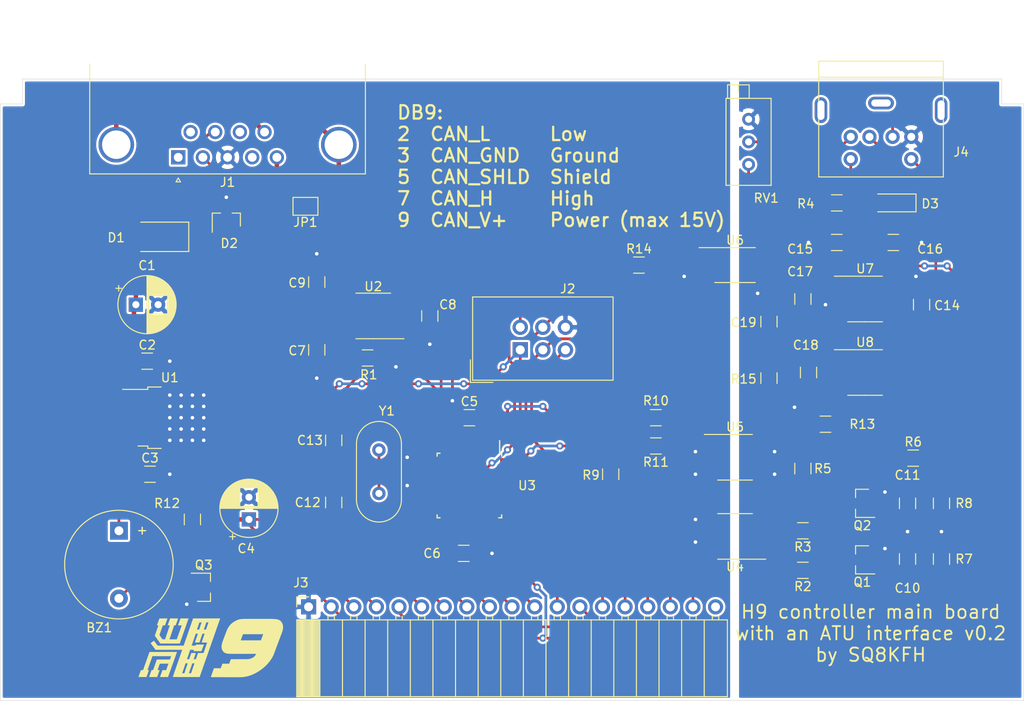
<source format=kicad_pcb>
(kicad_pcb (version 20171130) (host pcbnew "(5.1.2-1)-1")
  (title_block (title "H9 controller main board with an ATU interface") (date 2021-04-10) (rev 0.2) (company SQ8KFH))
  (layers (0 F.Cu signal) (31 B.Cu signal) (34 B.Paste user) (35 F.Paste user) (36 B.SilkS user) (37 F.SilkS user) (38 B.Mask user) (39 F.Mask user) (44 Edge.Cuts user))
  (net 0 "")
  (net 1 GND)
  (net 2 "Net-(C1-Pad1)")
  (net 3 +5V)
  (net 4 GNDD)
  (net 5 "Net-(D1-Pad2)")
  (net 6 /RST)
  (net 7 /PD0)
  (net 8 /PB6)
  (net 9 "/PB5(INT2)")
  (net 10 /PB4)
  (net 11 /PB3)
  (net 12 "/PC7(D2A)")
  (net 13 /PC6)
  (net 14 /PC5)
  (net 15 /PC4)
  (net 16 "/PB2(INT1)")
  (net 17 /PD7)
  (net 18 /PD6)
  (net 19 /PD5)
  (net 20 "/PB7(SCK)")
  (net 21 "/PB1(MOSI)")
  (net 22 "/PB0(MISO)")
  (net 23 /CAN_RX)
  (net 24 /CAN_TX)
  (net 25 /CAN_L)
  (net 26 /CAN_H)
  (net 27 "Net-(R1-Pad1)")
  (net 28 /KEY_I)
  (net 29 /START_O)
  (net 30 /KEY_O)
  (net 31 "Net-(C15-Pad1)")
  (net 32 /PULLUP)
  (net 33 /ALC)
  (net 34 "Net-(R10-Pad1)")
  (net 35 "Net-(C10-Pad1)")
  (net 36 "Net-(C11-Pad1)")
  (net 37 "Net-(C14-Pad2)")
  (net 38 "Net-(C17-Pad1)")
  (net 39 "/SCK(START_I)")
  (net 40 "Net-(BZ1-Pad2)")
  (net 41 "Net-(C12-Pad1)")
  (net 42 "Net-(C13-Pad1)")
  (net 43 "Net-(C17-Pad2)")
  (net 44 "Net-(C18-Pad1)")
  (net 45 "Net-(D3-Pad2)")
  (net 46 "Net-(J1-Pad0)")
  (net 47 "Net-(J1-Pad5)")
  (net 48 "/MOSI(ALC)")
  (net 49 "/MISO(BUZ)")
  (net 50 /START_TS)
  (net 51 /KEY_TT)
  (net 52 "Net-(Q1-Pad3)")
  (net 53 "Net-(Q2-Pad3)")
  (net 54 "Net-(Q3-Pad1)")
  (net 55 "Net-(R2-Pad2)")
  (net 56 "Net-(R3-Pad2)")
  (net 57 "Net-(R11-Pad1)")
  (net 58 "Net-(R13-Pad2)")
  (net 59 "Net-(R14-Pad2)")
  (net 60 "Net-(RV1-Pad1)")
  (module Package_SO:SOIC-8_3.9x4.9mm_P1.27mm (layer F.Cu) (at 197.155 88.17)
    (fp_text reference U8 (at 0 -3.4) (layer F.SilkS))
    (fp_text value LM337)
    (pad 8 smd roundrect (at 2.475 -1.905) (size 1.95 0.6) (layers F.Cu F.Paste F.Mask))
    (pad 7 smd roundrect (at 2.475 -0.635) (size 1.95 0.6) (layers F.Cu F.Paste F.Mask) (net 37 "Net-(C14-Pad2)"))
    (pad 6 smd roundrect (at 2.475 0.635) (size 1.95 0.6) (layers F.Cu F.Paste F.Mask) (net 37 "Net-(C14-Pad2)"))
    (pad 5 smd roundrect (at 2.475 1.905) (size 1.95 0.6) (layers F.Cu F.Paste F.Mask))
    (pad 4 smd roundrect (at -2.475 1.905) (size 1.95 0.6) (layers F.Cu F.Paste F.Mask) (net 58 "Net-(R13-Pad2)"))
    (pad 3 smd roundrect (at -2.475 0.635) (size 1.95 0.6) (layers F.Cu F.Paste F.Mask) (net 37 "Net-(C14-Pad2)"))
    (pad 2 smd roundrect (at -2.475 -0.635) (size 1.95 0.6) (layers F.Cu F.Paste F.Mask) (net 37 "Net-(C14-Pad2)"))
    (pad 1 smd roundrect (at -2.475 -1.905) (size 1.95 0.6) (layers F.Cu F.Paste F.Mask) (net 44 "Net-(C18-Pad1)"))
  )
  (module Package_SO:SOIC-8_3.9x4.9mm_P1.27mm (layer F.Cu) (at 197.155 79.915)
    (fp_text reference U7 (at 0 -3.4) (layer F.SilkS))
    (fp_text value TC7662Bx0A)
    (pad 8 smd roundrect (at 2.475 -1.905) (size 1.95 0.6) (layers F.Cu F.Paste F.Mask) (net 31 "Net-(C15-Pad1)"))
    (pad 7 smd roundrect (at 2.475 -0.635) (size 1.95 0.6) (layers F.Cu F.Paste F.Mask))
    (pad 6 smd roundrect (at 2.475 0.635) (size 1.95 0.6) (layers F.Cu F.Paste F.Mask))
    (pad 5 smd roundrect (at 2.475 1.905) (size 1.95 0.6) (layers F.Cu F.Paste F.Mask) (net 37 "Net-(C14-Pad2)"))
    (pad 4 smd roundrect (at -2.475 1.905) (size 1.95 0.6) (layers F.Cu F.Paste F.Mask) (net 43 "Net-(C17-Pad2)"))
    (pad 3 smd roundrect (at -2.475 0.635) (size 1.95 0.6) (layers F.Cu F.Paste F.Mask) (net 4 GNDD))
    (pad 2 smd roundrect (at -2.475 -0.635) (size 1.95 0.6) (layers F.Cu F.Paste F.Mask) (net 38 "Net-(C17-Pad1)"))
    (pad 1 smd roundrect (at -2.475 -1.905) (size 1.95 0.6) (layers F.Cu F.Paste F.Mask) (net 31 "Net-(C15-Pad1)"))
  )
  (module Package_SO:SOIC-4_4.55x3.7mm_P2.54mm (layer F.Cu) (at 182.55 76.105)
    (fp_text reference U6 (at 0 -2.8) (layer F.SilkS))
    (fp_text value TLP185)
    (pad 6 smd roundrect (at 3.25 -1.27) (size 1.6 0.55) (layers F.Cu F.Paste F.Mask) (net 60 "Net-(RV1-Pad1)"))
    (pad 4 smd roundrect (at 3.25 1.27) (size 1.6 0.55) (layers F.Cu F.Paste F.Mask) (net 44 "Net-(C18-Pad1)"))
    (pad 3 smd roundrect (at -3.25 1.27) (size 1.6 0.55) (layers F.Cu F.Paste F.Mask) (net 1 GND))
    (pad 1 smd roundrect (at -3.25 -1.27) (size 1.6 0.55) (layers F.Cu F.Paste F.Mask) (net 59 "Net-(R14-Pad2)"))
  )
  (module Resistor_SMD:R_1206_3216Metric_Pad1.42x1.75mm_HandSolder (layer F.Cu) (at 121.59 104.68 270)
    (fp_text reference R12 (at -1.81 2.845 180) (layer F.SilkS))
    (fp_text value 390)
    (pad 2 smd roundrect (at 1.4875 0 270) (size 1.425 1.75) (layers F.Cu F.Paste F.Mask) (roundrect_rratio 0.175439) (net 54 "Net-(Q3-Pad1)"))
    (pad 1 smd roundrect (at -1.4875 0 270) (size 1.425 1.75) (layers F.Cu F.Paste F.Mask) (roundrect_rratio 0.175439) (net 49 "/MISO(BUZ)"))
  )
  (module Resistor_SMD:R_1206_3216Metric_Pad1.42x1.75mm_HandSolder (layer F.Cu) (at 205.74 102.87 90)
    (fp_text reference R8 (at 0 2.54 180) (layer F.SilkS))
    (fp_text value 100k)
    (pad 2 smd roundrect (at 1.4875 0 90) (size 1.425 1.75) (layers F.Cu F.Paste F.Mask) (roundrect_rratio 0.175439) (net 36 "Net-(C11-Pad1)"))
    (pad 1 smd roundrect (at -1.4875 0 90) (size 1.425 1.75) (layers F.Cu F.Paste F.Mask) (roundrect_rratio 0.175439) (net 4 GNDD))
  )
  (module Resistor_SMD:R_1206_3216Metric_Pad1.42x1.75mm_HandSolder (layer F.Cu) (at 205.74 109.125 270)
    (fp_text reference R7 (at 0 -2.54 180) (layer F.SilkS))
    (fp_text value 100k)
    (pad 2 smd roundrect (at 1.4875 0 270) (size 1.425 1.75) (layers F.Cu F.Paste F.Mask) (roundrect_rratio 0.175439) (net 35 "Net-(C10-Pad1)"))
    (pad 1 smd roundrect (at -1.4875 0 270) (size 1.425 1.75) (layers F.Cu F.Paste F.Mask) (roundrect_rratio 0.175439) (net 4 GNDD))
  )
  (module Resistor_SMD:R_1206_3216Metric_Pad1.42x1.75mm_HandSolder (layer F.Cu) (at 190.17 105.95 180)
    (fp_text reference R3 (at 0 -1.82) (layer F.SilkS))
    (fp_text value "1k 0,25W")
    (pad 2 smd roundrect (at 1.4875 0 180) (size 1.425 1.75) (layers F.Cu F.Paste F.Mask) (roundrect_rratio 0.175439) (net 56 "Net-(R3-Pad2)"))
    (pad 1 smd roundrect (at -1.4875 0 180) (size 1.425 1.75) (layers F.Cu F.Paste F.Mask) (roundrect_rratio 0.175439) (net 31 "Net-(C15-Pad1)"))
  )
  (module Resistor_SMD:R_1206_3216Metric_Pad1.42x1.75mm_HandSolder (layer F.Cu) (at 190.17 110.395 180)
    (fp_text reference R2 (at 0 -1.82) (layer F.SilkS))
    (fp_text value "1k 0.25W")
    (pad 2 smd roundrect (at 1.4875 0 180) (size 1.425 1.75) (layers F.Cu F.Paste F.Mask) (roundrect_rratio 0.175439) (net 55 "Net-(R2-Pad2)"))
    (pad 1 smd roundrect (at -1.4875 0 180) (size 1.425 1.75) (layers F.Cu F.Paste F.Mask) (roundrect_rratio 0.175439) (net 31 "Net-(C15-Pad1)"))
  )
  (module Package_TO_SOT_SMD:SOT-23 (layer F.Cu) (at 122.86 112.3)
    (fp_text reference Q3 (at 0 -2.5) (layer F.SilkS))
    (fp_text value BC817)
    (pad 3 smd rect (at 1 0) (size 0.9 0.8) (layers F.Cu F.Paste F.Mask) (net 40 "Net-(BZ1-Pad2)"))
    (pad 2 smd rect (at -1 0.95) (size 0.9 0.8) (layers F.Cu F.Paste F.Mask) (net 1 GND))
    (pad 1 smd rect (at -1 -0.95) (size 0.9 0.8) (layers F.Cu F.Paste F.Mask) (net 54 "Net-(Q3-Pad1)"))
  )
  (module Package_TO_SOT_SMD:SOT-23 (layer F.Cu) (at 196.85 102.87 180)
    (fp_text reference Q2 (at 0 -2.5) (layer F.SilkS))
    (fp_text value 2N7002)
    (pad 3 smd rect (at 1 0 180) (size 0.9 0.8) (layers F.Cu F.Paste F.Mask) (net 53 "Net-(Q2-Pad3)"))
    (pad 2 smd rect (at -1 0.95 180) (size 0.9 0.8) (layers F.Cu F.Paste F.Mask) (net 4 GNDD))
    (pad 1 smd rect (at -1 -0.95 180) (size 0.9 0.8) (layers F.Cu F.Paste F.Mask) (net 36 "Net-(C11-Pad1)"))
  )
  (module Package_TO_SOT_SMD:SOT-23 (layer F.Cu) (at 196.85 109.22 180)
    (fp_text reference Q1 (at 0 -2.5) (layer F.SilkS))
    (fp_text value 2N7002)
    (pad 3 smd rect (at 1 0 180) (size 0.9 0.8) (layers F.Cu F.Paste F.Mask) (net 52 "Net-(Q1-Pad3)"))
    (pad 2 smd rect (at -1 0.95 180) (size 0.9 0.8) (layers F.Cu F.Paste F.Mask) (net 4 GNDD))
    (pad 1 smd rect (at -1 -0.95 180) (size 0.9 0.8) (layers F.Cu F.Paste F.Mask) (net 35 "Net-(C10-Pad1)"))
  )
  (module Diode_SMD:D_MiniMELF (layer F.Cu) (at 200.33 69.12 180)
    (fp_text reference D3 (at -4.14 -0.095) (layer F.SilkS))
    (fp_text value 4148)
    (pad 2 smd rect (at 1.75 0 180) (size 1.3 1.7) (layers F.Cu F.Paste F.Mask) (net 45 "Net-(D3-Pad2)"))
    (pad 1 smd rect (at -1.75 0 180) (size 1.3 1.7) (layers F.Cu F.Paste F.Mask) (net 31 "Net-(C15-Pad1)"))
  )
  (module Capacitor_SMD:C_1206_3216Metric_Pad1.42x1.75mm_HandSolder (layer F.Cu) (at 190.17 79.915 270)
    (fp_text reference C17 (at -3.08 0.305 180) (layer F.SilkS))
    (fp_text value 1uF)
    (pad 2 smd roundrect (at 1.4875 0 270) (size 1.425 1.75) (layers F.Cu F.Paste F.Mask) (roundrect_rratio 0.175439) (net 43 "Net-(C17-Pad2)"))
    (pad 1 smd roundrect (at -1.4875 0 270) (size 1.425 1.75) (layers F.Cu F.Paste F.Mask) (roundrect_rratio 0.175439) (net 38 "Net-(C17-Pad1)"))
  )
  (module Capacitor_SMD:C_1206_3216Metric_Pad1.42x1.75mm_HandSolder (layer F.Cu) (at 203.505 80.55 270)
    (fp_text reference C14 (at 0.095 -2.87 180) (layer F.SilkS))
    (fp_text value 1uF)
    (pad 2 smd roundrect (at 1.4875 0 270) (size 1.425 1.75) (layers F.Cu F.Paste F.Mask) (roundrect_rratio 0.175439) (net 37 "Net-(C14-Pad2)"))
    (pad 1 smd roundrect (at -1.4875 0 270) (size 1.425 1.75) (layers F.Cu F.Paste F.Mask) (roundrect_rratio 0.175439) (net 4 GNDD))
  )
  (module Capacitor_SMD:C_1206_3216Metric_Pad1.42x1.75mm_HandSolder (layer F.Cu) (at 135.56 78.01 90)
    (fp_text reference C9 (at -0.095 -2.21 180) (layer F.SilkS))
    (fp_text value 47pF)
    (pad 2 smd roundrect (at 1.4875 0 90) (size 1.425 1.75) (layers F.Cu F.Paste F.Mask) (roundrect_rratio 0.175439) (net 1 GND))
    (pad 1 smd roundrect (at -1.4875 0 90) (size 1.425 1.75) (layers F.Cu F.Paste F.Mask) (roundrect_rratio 0.175439) (net 25 /CAN_L))
  )
  (module Capacitor_SMD:C_1206_3216Metric_Pad1.42x1.75mm_HandSolder (layer F.Cu) (at 135.56 85.63 90)
    (fp_text reference C7 (at -0.095 -2.21 180) (layer F.SilkS))
    (fp_text value 47pF)
    (pad 2 smd roundrect (at 1.4875 0 90) (size 1.425 1.75) (layers F.Cu F.Paste F.Mask) (roundrect_rratio 0.175439) (net 26 /CAN_H))
    (pad 1 smd roundrect (at -1.4875 0 90) (size 1.425 1.75) (layers F.Cu F.Paste F.Mask) (roundrect_rratio 0.175439) (net 1 GND))
  )
  (module Buzzer_Beeper:Buzzer_12x9.5RM7.6 (layer F.Cu) (at 113.335 105.95 270)
    (fp_text reference BZ1 (at 10.89 2.21 180) (layer F.SilkS))
    (fp_text value Buzzer)
    (fp_text user + (at -0.01 -2.54 90) (layer F.SilkS))
    (pad 2 thru_hole circle (at 7.6 0 270) (size 2 2) (drill 1) (layers *.Cu *.Mask) (net 40 "Net-(BZ1-Pad2)"))
    (pad 1 thru_hole rect (at 0 0 270) (size 2 2) (drill 1) (layers *.Cu *.Mask) (net 3 +5V))
  )
  (module Connector_IDC:IDC-Header_2x03_P2.54mm_Vertical (layer F.Cu) (at 158.42 85.63 90)
    (fp_text reference J2 (at 6.858 5.334 180) (layer F.SilkS))
    (fp_text value AVR-ISP-6)
    (pad 6 thru_hole oval (at 2.54 5.08 90) (size 1.7272 1.7272) (drill 1.016) (layers *.Cu *.Mask) (net 1 GND))
    (pad 5 thru_hole oval (at 0 5.08 90) (size 1.7272 1.7272) (drill 1.016) (layers *.Cu *.Mask) (net 6 /RST))
    (pad 4 thru_hole oval (at 2.54 2.54 90) (size 1.7272 1.7272) (drill 1.016) (layers *.Cu *.Mask) (net 48 "/MOSI(ALC)"))
    (pad 3 thru_hole oval (at 0 2.54 90) (size 1.7272 1.7272) (drill 1.016) (layers *.Cu *.Mask) (net 39 "/SCK(START_I)"))
    (pad 2 thru_hole oval (at 2.54 0 90) (size 1.7272 1.7272) (drill 1.016) (layers *.Cu *.Mask) (net 3 +5V))
    (pad 1 thru_hole rect (at 0 0 90) (size 1.7272 1.7272) (drill 1.016) (layers *.Cu *.Mask) (net 49 "/MISO(BUZ)"))
  )
  (module Connector_PinSocket_2.54mm:PinSocket_1x19_P2.54mm_Horizontal (layer F.Cu) (at 134.64 114.5 90)
    (fp_text reference J3 (at 2.708 -0.858 180) (layer F.SilkS))
    (fp_text value "Front panel")
    (pad 19 thru_hole oval (at 0 45.72 90) (size 1.7 1.7) (drill 1) (layers *.Cu *.Mask))
    (pad 18 thru_hole oval (at 0 43.18 90) (size 1.7 1.7) (drill 1) (layers *.Cu *.Mask) (net 7 /PD0))
    (pad 17 thru_hole oval (at 0 40.64 90) (size 1.7 1.7) (drill 1) (layers *.Cu *.Mask) (net 8 /PB6))
    (pad 16 thru_hole oval (at 0 38.1 90) (size 1.7 1.7) (drill 1) (layers *.Cu *.Mask) (net 9 "/PB5(INT2)"))
    (pad 15 thru_hole oval (at 0 35.56 90) (size 1.7 1.7) (drill 1) (layers *.Cu *.Mask) (net 10 /PB4))
    (pad 14 thru_hole oval (at 0 33.02 90) (size 1.7 1.7) (drill 1) (layers *.Cu *.Mask) (net 11 /PB3))
    (pad 13 thru_hole oval (at 0 30.48 90) (size 1.7 1.7) (drill 1) (layers *.Cu *.Mask) (net 12 "/PC7(D2A)"))
    (pad 12 thru_hole oval (at 0 27.94 90) (size 1.7 1.7) (drill 1) (layers *.Cu *.Mask) (net 13 /PC6))
    (pad 11 thru_hole oval (at 0 25.4 90) (size 1.7 1.7) (drill 1) (layers *.Cu *.Mask) (net 14 /PC5))
    (pad 10 thru_hole oval (at 0 22.86 90) (size 1.7 1.7) (drill 1) (layers *.Cu *.Mask) (net 15 /PC4))
    (pad 9 thru_hole oval (at 0 20.32 90) (size 1.7 1.7) (drill 1) (layers *.Cu *.Mask) (net 16 "/PB2(INT1)"))
    (pad 8 thru_hole oval (at 0 17.78 90) (size 1.7 1.7) (drill 1) (layers *.Cu *.Mask) (net 17 /PD7))
    (pad 7 thru_hole oval (at 0 15.24 90) (size 1.7 1.7) (drill 1) (layers *.Cu *.Mask) (net 18 /PD6))
    (pad 6 thru_hole oval (at 0 12.7 90) (size 1.7 1.7) (drill 1) (layers *.Cu *.Mask) (net 19 /PD5))
    (pad 5 thru_hole oval (at 0 10.16 90) (size 1.7 1.7) (drill 1) (layers *.Cu *.Mask) (net 20 "/PB7(SCK)"))
    (pad 4 thru_hole oval (at 0 7.62 90) (size 1.7 1.7) (drill 1) (layers *.Cu *.Mask) (net 21 "/PB1(MOSI)"))
    (pad 3 thru_hole oval (at 0 5.08 90) (size 1.7 1.7) (drill 1) (layers *.Cu *.Mask) (net 22 "/PB0(MISO)"))
    (pad 2 thru_hole oval (at 0 2.54 90) (size 1.7 1.7) (drill 1) (layers *.Cu *.Mask) (net 3 +5V))
    (pad 1 thru_hole rect (at 0 0 90) (size 1.7 1.7) (drill 1) (layers *.Cu *.Mask) (net 1 GND))
  )
  (module Connector_Dsub:DSUB-9_Female_Horizontal_P2.77x2.84mm_EdgePinOffset7.70mm_Housed_MountingHolesOffset9.12mm (layer F.Cu) (at 120 64 180)
    (fp_text reference J1 (at -5.54 -2.8) (layer F.SilkS))
    (fp_text value CAN)
    (pad 0 thru_hole circle (at 6.96 1.42 180) (size 4 4) (drill 3.2) (layers *.Cu *.Mask) (net 46 "Net-(J1-Pad0)"))
    (pad 0 thru_hole circle (at -18.04 1.42 180) (size 4 4) (drill 3.2) (layers *.Cu *.Mask) (net 46 "Net-(J1-Pad0)"))
    (pad 9 thru_hole circle (at -9.695 2.84 180) (size 1.6 1.6) (drill 1) (layers *.Cu *.Mask) (net 5 "Net-(D1-Pad2)"))
    (pad 8 thru_hole circle (at -6.925 2.84 180) (size 1.6 1.6) (drill 1) (layers *.Cu *.Mask))
    (pad 7 thru_hole circle (at -4.155 2.84 180) (size 1.6 1.6) (drill 1) (layers *.Cu *.Mask) (net 26 /CAN_H))
    (pad 6 thru_hole circle (at -1.385 2.84 180) (size 1.6 1.6) (drill 1) (layers *.Cu *.Mask))
    (pad 5 thru_hole circle (at -11.08 0 180) (size 1.6 1.6) (drill 1) (layers *.Cu *.Mask) (net 47 "Net-(J1-Pad5)"))
    (pad 4 thru_hole circle (at -8.31 0 180) (size 1.6 1.6) (drill 1) (layers *.Cu *.Mask))
    (pad 3 thru_hole circle (at -5.54 0 180) (size 1.6 1.6) (drill 1) (layers *.Cu *.Mask) (net 1 GND))
    (pad 2 thru_hole circle (at -2.77 0 180) (size 1.6 1.6) (drill 1) (layers *.Cu *.Mask) (net 25 /CAN_L))
    (pad 1 thru_hole rect (at 0 0 180) (size 1.6 1.6) (drill 1) (layers *.Cu *.Mask))
  )
  (module Capacitor_SMD:C_1206_3216Metric_Pad1.42x1.75mm_HandSolder (layer F.Cu) (at 193.98 73.565 180)
    (fp_text reference C15 (at 4.115 -0.73) (layer F.SilkS))
    (fp_text value 4.7uF)
    (pad 2 smd roundrect (at 1.4875 0 180) (size 1.425 1.75) (layers F.Cu F.Paste F.Mask) (roundrect_rratio 0.175439) (net 4 GNDD))
    (pad 1 smd roundrect (at -1.4875 0 180) (size 1.425 1.75) (layers F.Cu F.Paste F.Mask) (roundrect_rratio 0.175439) (net 31 "Net-(C15-Pad1)"))
  )
  (module Package_SO:SOIC-8_3.9x4.9mm_P1.27mm (layer F.Cu) (at 182.55 97.695)
    (fp_text reference U5 (at 0 -3.4) (layer F.SilkS))
    (fp_text value "ILD213T ")
    (pad 8 smd roundrect (at 2.475 -1.905) (size 1.95 0.6) (layers F.Cu F.Paste F.Mask) (net 50 /START_TS))
    (pad 7 smd roundrect (at 2.475 -0.635) (size 1.95 0.6) (layers F.Cu F.Paste F.Mask) (net 4 GNDD))
    (pad 6 smd roundrect (at 2.475 0.635) (size 1.95 0.6) (layers F.Cu F.Paste F.Mask) (net 51 /KEY_TT))
    (pad 5 smd roundrect (at 2.475 1.905) (size 1.95 0.6) (layers F.Cu F.Paste F.Mask) (net 4 GNDD))
    (pad 4 smd roundrect (at -2.475 1.905) (size 1.95 0.6) (layers F.Cu F.Paste F.Mask) (net 1 GND))
    (pad 3 smd roundrect (at -2.475 0.635) (size 1.95 0.6) (layers F.Cu F.Paste F.Mask) (net 57 "Net-(R11-Pad1)"))
    (pad 2 smd roundrect (at -2.475 -0.635) (size 1.95 0.6) (layers F.Cu F.Paste F.Mask) (net 1 GND))
    (pad 1 smd roundrect (at -2.475 -1.905) (size 1.95 0.6) (layers F.Cu F.Paste F.Mask) (net 34 "Net-(R10-Pad1)"))
  )
  (module Capacitor_SMD:C_1206_3216Metric_Pad1.42x1.75mm_HandSolder (layer F.Cu) (at 201.93 109.125 90)
    (fp_text reference C10 (at -3.27 0 180) (layer F.SilkS))
    (fp_text value 1nF)
    (pad 2 smd roundrect (at 1.4875 0 90) (size 1.425 1.75) (layers F.Cu F.Paste F.Mask) (roundrect_rratio 0.175439) (net 4 GNDD))
    (pad 1 smd roundrect (at -1.4875 0 90) (size 1.425 1.75) (layers F.Cu F.Paste F.Mask) (roundrect_rratio 0.175439) (net 35 "Net-(C10-Pad1)"))
  )
  (module Capacitor_SMD:C_1206_3216Metric_Pad1.42x1.75mm_HandSolder (layer F.Cu) (at 201.93 102.87 270)
    (fp_text reference C11 (at -3.175 0 180) (layer F.SilkS))
    (fp_text value 1nF)
    (pad 2 smd roundrect (at 1.4875 0 270) (size 1.425 1.75) (layers F.Cu F.Paste F.Mask) (roundrect_rratio 0.175439) (net 4 GNDD))
    (pad 1 smd roundrect (at -1.4875 0 270) (size 1.425 1.75) (layers F.Cu F.Paste F.Mask) (roundrect_rratio 0.175439) (net 36 "Net-(C11-Pad1)"))
  )
  (module Potentiometer_THT:Potentiometer_Bourns_3296X_Horizontal (layer F.Cu) (at 184.074 64.802 270)
    (fp_text reference RV1 (at 3.778 -1.981 180) (layer F.SilkS))
    (fp_text value 10k)
    (pad 3 thru_hole circle (at -5.08 0 270) (size 1.44 1.44) (drill 0.8) (layers *.Cu *.Mask) (net 4 GNDD))
    (pad 2 thru_hole circle (at -2.54 0 270) (size 1.44 1.44) (drill 0.8) (layers *.Cu *.Mask) (net 33 /ALC))
    (pad 1 thru_hole circle (at 0 0 270) (size 1.44 1.44) (drill 0.8) (layers *.Cu *.Mask) (net 60 "Net-(RV1-Pad1)"))
  )
  (module Resistor_SMD:R_1206_3216Metric_Pad1.42x1.75mm_HandSolder (layer F.Cu) (at 186.36 88.805 90)
    (fp_text reference R15 (at -0.095 -2.845 180) (layer F.SilkS))
    (fp_text value 240R)
    (pad 2 smd roundrect (at 1.4875 0 90) (size 1.425 1.75) (layers F.Cu F.Paste F.Mask) (roundrect_rratio 0.175439) (net 44 "Net-(C18-Pad1)"))
    (pad 1 smd roundrect (at -1.4875 0 90) (size 1.425 1.75) (layers F.Cu F.Paste F.Mask) (roundrect_rratio 0.175439) (net 58 "Net-(R13-Pad2)"))
  )
  (module Resistor_SMD:R_1206_3216Metric_Pad1.42x1.75mm_HandSolder (layer F.Cu) (at 192.71 93.98)
    (fp_text reference R13 (at 4.14 0) (layer F.SilkS))
    (fp_text value 680R)
    (pad 2 smd roundrect (at 1.4875 0) (size 1.425 1.75) (layers F.Cu F.Paste F.Mask) (roundrect_rratio 0.175439) (net 58 "Net-(R13-Pad2)"))
    (pad 1 smd roundrect (at -1.4875 0) (size 1.425 1.75) (layers F.Cu F.Paste F.Mask) (roundrect_rratio 0.175439) (net 4 GNDD))
  )
  (module Resistor_SMD:R_1206_3216Metric_Pad1.42x1.75mm_HandSolder (layer F.Cu) (at 171.755 76.105)
    (fp_text reference R14 (at 0 -1.82) (layer F.SilkS))
    (fp_text value 390)
    (pad 2 smd roundrect (at 1.4875 0) (size 1.425 1.75) (layers F.Cu F.Paste F.Mask) (roundrect_rratio 0.175439) (net 59 "Net-(R14-Pad2)"))
    (pad 1 smd roundrect (at -1.4875 0) (size 1.425 1.75) (layers F.Cu F.Paste F.Mask) (roundrect_rratio 0.175439) (net 48 "/MOSI(ALC)"))
  )
  (module Capacitor_SMD:C_1206_3216Metric_Pad1.42x1.75mm_HandSolder (layer F.Cu) (at 200.33 73.565)
    (fp_text reference C16 (at 4.14 0.73) (layer F.SilkS))
    (fp_text value 100nF)
    (pad 2 smd roundrect (at 1.4875 0) (size 1.425 1.75) (layers F.Cu F.Paste F.Mask) (roundrect_rratio 0.175439) (net 4 GNDD))
    (pad 1 smd roundrect (at -1.4875 0) (size 1.425 1.75) (layers F.Cu F.Paste F.Mask) (roundrect_rratio 0.175439) (net 31 "Net-(C15-Pad1)"))
  )
  (module Capacitor_SMD:C_1206_3216Metric_Pad1.42x1.75mm_HandSolder (layer F.Cu) (at 186.36 82.455 90)
    (fp_text reference C19 (at -0.095 -2.845 180) (layer F.SilkS))
    (fp_text value 1uF)
    (pad 2 smd roundrect (at 1.4875 0 90) (size 1.425 1.75) (layers F.Cu F.Paste F.Mask) (roundrect_rratio 0.175439) (net 4 GNDD))
    (pad 1 smd roundrect (at -1.4875 0 90) (size 1.425 1.75) (layers F.Cu F.Paste F.Mask) (roundrect_rratio 0.175439) (net 44 "Net-(C18-Pad1)"))
  )
  (module Capacitor_SMD:C_1206_3216Metric_Pad1.42x1.75mm_HandSolder (layer F.Cu) (at 190.805 88.17 270)
    (fp_text reference C18 (at -3.08 0.305 180) (layer F.SilkS))
    (fp_text value 100nF)
    (pad 2 smd roundrect (at 1.4875 0 270) (size 1.425 1.75) (layers F.Cu F.Paste F.Mask) (roundrect_rratio 0.175439) (net 4 GNDD))
    (pad 1 smd roundrect (at -1.4875 0 270) (size 1.425 1.75) (layers F.Cu F.Paste F.Mask) (roundrect_rratio 0.175439) (net 44 "Net-(C18-Pad1)"))
  )
  (module Package_SO:SOIC-8_3.9x4.9mm_P1.27mm (layer F.Cu) (at 182.55 106.585 180)
    (fp_text reference U4 (at 0 -3.4) (layer F.SilkS))
    (fp_text value "ILD213T ")
    (pad 8 smd roundrect (at 2.475 -1.905 180) (size 1.95 0.6) (layers F.Cu F.Paste F.Mask) (net 29 /START_O))
    (pad 7 smd roundrect (at 2.475 -0.635 180) (size 1.95 0.6) (layers F.Cu F.Paste F.Mask) (net 1 GND))
    (pad 6 smd roundrect (at 2.475 0.635 180) (size 1.95 0.6) (layers F.Cu F.Paste F.Mask) (net 30 /KEY_O))
    (pad 5 smd roundrect (at 2.475 1.905 180) (size 1.95 0.6) (layers F.Cu F.Paste F.Mask) (net 1 GND))
    (pad 4 smd roundrect (at -2.475 1.905 180) (size 1.95 0.6) (layers F.Cu F.Paste F.Mask) (net 53 "Net-(Q2-Pad3)"))
    (pad 3 smd roundrect (at -2.475 0.635 180) (size 1.95 0.6) (layers F.Cu F.Paste F.Mask) (net 56 "Net-(R3-Pad2)"))
    (pad 2 smd roundrect (at -2.475 -0.635 180) (size 1.95 0.6) (layers F.Cu F.Paste F.Mask) (net 52 "Net-(Q1-Pad3)"))
    (pad 1 smd roundrect (at -2.475 -1.905 180) (size 1.95 0.6) (layers F.Cu F.Paste F.Mask) (net 55 "Net-(R2-Pad2)"))
  )
  (module Resistor_SMD:R_1206_3216Metric_Pad1.42x1.75mm_HandSolder (layer F.Cu) (at 173.66 93.25 180)
    (fp_text reference R10 (at 0 1.905) (layer F.SilkS))
    (fp_text value 390)
    (pad 2 smd roundrect (at 1.4875 0 180) (size 1.425 1.75) (layers F.Cu F.Paste F.Mask) (roundrect_rratio 0.175439) (net 39 "/SCK(START_I)"))
    (pad 1 smd roundrect (at -1.4875 0 180) (size 1.425 1.75) (layers F.Cu F.Paste F.Mask) (roundrect_rratio 0.175439) (net 34 "Net-(R10-Pad1)"))
  )
  (module Resistor_SMD:R_1206_3216Metric_Pad1.42x1.75mm_HandSolder (layer F.Cu) (at 173.66 96.425 180)
    (fp_text reference R11 (at 0 -1.82) (layer F.SilkS))
    (fp_text value 390)
    (pad 2 smd roundrect (at 1.4875 0 180) (size 1.425 1.75) (layers F.Cu F.Paste F.Mask) (roundrect_rratio 0.175439) (net 28 /KEY_I))
    (pad 1 smd roundrect (at -1.4875 0 180) (size 1.425 1.75) (layers F.Cu F.Paste F.Mask) (roundrect_rratio 0.175439) (net 57 "Net-(R11-Pad1)"))
  )
  (module Resistor_SMD:R_1206_3216Metric_Pad1.42x1.75mm_HandSolder (layer F.Cu) (at 190.17 98.965 270)
    (fp_text reference R5 (at 0 -2.235 180) (layer F.SilkS))
    (fp_text value 10R)
    (pad 2 smd roundrect (at 1.4875 0 270) (size 1.425 1.75) (layers F.Cu F.Paste F.Mask) (roundrect_rratio 0.175439) (net 35 "Net-(C10-Pad1)"))
    (pad 1 smd roundrect (at -1.4875 0 270) (size 1.425 1.75) (layers F.Cu F.Paste F.Mask) (roundrect_rratio 0.175439) (net 50 /START_TS))
  )
  (module Resistor_SMD:R_1206_3216Metric_Pad1.42x1.75mm_HandSolder (layer F.Cu) (at 193.98 69.12 180)
    (fp_text reference R4 (at 3.48 -0.095) (layer F.SilkS))
    (fp_text value 10k)
    (pad 2 smd roundrect (at 1.4875 0 180) (size 1.425 1.75) (layers F.Cu F.Paste F.Mask) (roundrect_rratio 0.175439) (net 32 /PULLUP))
    (pad 1 smd roundrect (at -1.4875 0 180) (size 1.425 1.75) (layers F.Cu F.Paste F.Mask) (roundrect_rratio 0.175439) (net 50 /START_TS))
  )
  (module Resistor_SMD:R_1206_3216Metric_Pad1.42x1.75mm_HandSolder (layer F.Cu) (at 202.565 97.79)
    (fp_text reference R6 (at 0 -1.82) (layer F.SilkS))
    (fp_text value 10)
    (pad 2 smd roundrect (at 1.4875 0) (size 1.425 1.75) (layers F.Cu F.Paste F.Mask) (roundrect_rratio 0.175439) (net 36 "Net-(C11-Pad1)"))
    (pad 1 smd roundrect (at -1.4875 0) (size 1.425 1.75) (layers F.Cu F.Paste F.Mask) (roundrect_rratio 0.175439) (net 51 /KEY_TT))
  )
  (module kfhlib:LUMBERG_TM_0508_A6 (layer F.Cu) (at 198.95 61.7)
    (fp_text reference J4 (at 9 1.705) (layer F.SilkS))
    (fp_text value Mini-DIN-6)
    (pad "" thru_hole oval (at 6.75 -3) (size 1.4 2.9) (drill oval 0.8 2.2) (layers *.Cu *.Mask))
    (pad "" thru_hole oval (at -6.75 -3) (size 1.4 2.9) (drill oval 0.8 2.2) (layers *.Cu *.Mask))
    (pad "" thru_hole oval (at 0 -3.8) (size 2.9 1.4) (drill oval 2.2 0.8) (layers *.Cu *.Mask))
    (pad 6 thru_hole circle (at -3.4 2.5) (size 1.6 1.6) (drill 0.9) (layers *.Cu *.Mask) (net 50 /START_TS))
    (pad 5 thru_hole circle (at 3.4 2.5) (size 1.6 1.6) (drill 0.9) (layers *.Cu *.Mask) (net 51 /KEY_TT))
    (pad 4 thru_hole circle (at -3.4 0) (size 1.6 1.6) (drill 0.9) (layers *.Cu *.Mask) (net 32 /PULLUP))
    (pad 3 thru_hole circle (at 3.4 0) (size 1.6 1.6) (drill 0.9) (layers *.Cu *.Mask) (net 4 GNDD))
    (pad 2 thru_hole circle (at -1.3 0) (size 1.6 1.6) (drill 0.9) (layers *.Cu *.Mask) (net 45 "Net-(D3-Pad2)"))
    (pad 1 thru_hole circle (at 1.3 0) (size 1.6 1.6) (drill 0.9) (layers *.Cu *.Mask) (net 33 /ALC))
  )
  (module kfhlib:H9 (layer F.Cu) (at 123.495 119.285)
    (fp_text reference G*** hide)
    (fp_text value LOGO hide)
  )
  (module Jumper:SolderJumper-2_P1.3mm_Open_Pad1.0x1.5mm (layer F.Cu) (at 134.29 69.501 180)
    (fp_text reference JP1 (at 0 -1.8) (layer F.SilkS))
    (fp_text value Shield)
    (pad 1 smd rect (at -0.65 0 180) (size 1 1.5) (layers F.Cu F.Mask) (net 46 "Net-(J1-Pad0)"))
    (pad 2 smd rect (at 0.65 0 180) (size 1 1.5) (layers F.Cu F.Mask) (net 47 "Net-(J1-Pad5)"))
  )
  (module Package_TO_SOT_SMD:TO-252-2 (layer F.Cu) (at 119.05 93.25)
    (fp_text reference U1 (at 0 -4.5) (layer F.SilkS))
    (fp_text value LM78M05)
    (pad 2 smd rect (at 2.1 0) (size 6.4 5.8) (layers F.Cu F.Mask) (net 1 GND))
    (pad 3 smd rect (at -4.2 2.28) (size 2.2 1.2) (layers F.Cu F.Paste F.Mask) (net 3 +5V))
    (pad 1 smd rect (at -4.2 -2.28) (size 2.2 1.2) (layers F.Cu F.Paste F.Mask) (net 2 "Net-(C1-Pad1)"))
  )
  (module Capacitor_THT:CP_Radial_D6.3mm_P2.50mm (layer F.Cu) (at 127.94 104.68 90)
    (fp_text reference C4 (at -3.27 -0.305 180) (layer F.SilkS))
    (fp_text value 47uF)
    (pad 2 thru_hole circle (at 2.5 0 90) (size 1.6 1.6) (drill 0.8) (layers *.Cu *.Mask) (net 1 GND))
    (pad 1 thru_hole rect (at 0 0 90) (size 1.6 1.6) (drill 0.8) (layers *.Cu *.Mask) (net 3 +5V))
  )
  (module Capacitor_SMD:C_1206_3216Metric_Pad1.42x1.75mm_HandSolder (layer F.Cu) (at 116.825 99.6)
    (fp_text reference C3 (at 0 -1.82) (layer F.SilkS))
    (fp_text value 100nF)
    (pad 2 smd roundrect (at 1.4875 0) (size 1.425 1.75) (layers F.Cu F.Paste F.Mask) (roundrect_rratio 0.175439) (net 1 GND))
    (pad 1 smd roundrect (at -1.4875 0) (size 1.425 1.75) (layers F.Cu F.Paste F.Mask) (roundrect_rratio 0.175439) (net 3 +5V))
  )
  (module Capacitor_THT:CP_Radial_D6.3mm_P2.50mm (layer F.Cu) (at 115.24 80.55)
    (fp_text reference C1 (at 1.25 -4.4) (layer F.SilkS))
    (fp_text value 100uF)
    (pad 2 thru_hole circle (at 2.5 0) (size 1.6 1.6) (drill 0.8) (layers *.Cu *.Mask) (net 1 GND))
    (pad 1 thru_hole rect (at 0 0) (size 1.6 1.6) (drill 0.8) (layers *.Cu *.Mask) (net 2 "Net-(C1-Pad1)"))
  )
  (module Capacitor_SMD:C_1206_3216Metric_Pad1.42x1.75mm_HandSolder (layer F.Cu) (at 116.51 86.9)
    (fp_text reference C2 (at 0 -1.82) (layer F.SilkS))
    (fp_text value 100nF)
    (pad 2 smd roundrect (at 1.4875 0) (size 1.425 1.75) (layers F.Cu F.Paste F.Mask) (roundrect_rratio 0.175439) (net 1 GND))
    (pad 1 smd roundrect (at -1.4875 0) (size 1.425 1.75) (layers F.Cu F.Paste F.Mask) (roundrect_rratio 0.175439) (net 2 "Net-(C1-Pad1)"))
  )
  (module Diode_SMD:D_SMA (layer F.Cu) (at 117.78 72.93 180)
    (fp_text reference D1 (at 4.75 -0.095) (layer F.SilkS))
    (fp_text value S1A)
    (pad 2 smd rect (at 2 0 180) (size 2.5 1.8) (layers F.Cu F.Paste F.Mask) (net 5 "Net-(D1-Pad2)"))
    (pad 1 smd rect (at -2 0 180) (size 2.5 1.8) (layers F.Cu F.Paste F.Mask) (net 2 "Net-(C1-Pad1)"))
  )
  (module Crystal:Crystal_HC49-U_Vertical (layer F.Cu) (at 142.545 101.759 90)
    (fp_text reference Y1 (at 9.271 0.889 180) (layer F.SilkS))
    (fp_text value 12MHz)
    (pad 2 thru_hole circle (at 4.88 0 90) (size 1.5 1.5) (drill 0.8) (layers *.Cu *.Mask) (net 42 "Net-(C13-Pad1)"))
    (pad 1 thru_hole circle (at 0 0 90) (size 1.5 1.5) (drill 0.8) (layers *.Cu *.Mask) (net 41 "Net-(C12-Pad1)"))
  )
  (module Package_QFP:TQFP-32_7x7mm_P0.8mm (layer F.Cu) (at 152.705 100.87 270)
    (fp_text reference U3 (at 0 -6.477 180) (layer F.SilkS))
    (fp_text value ATmega32M1-AU)
    (pad 32 smd rect (at -2.8 -4.25) (size 1.6 0.55) (layers F.Cu F.Paste F.Mask) (net 28 /KEY_I))
    (pad 31 smd rect (at -2 -4.25) (size 1.6 0.55) (layers F.Cu F.Paste F.Mask) (net 6 /RST))
    (pad 30 smd rect (at -1.2 -4.25) (size 1.6 0.55) (layers F.Cu F.Paste F.Mask) (net 29 /START_O))
    (pad 29 smd rect (at -0.4 -4.25) (size 1.6 0.55) (layers F.Cu F.Paste F.Mask) (net 7 /PD0))
    (pad 28 smd rect (at 0.4 -4.25) (size 1.6 0.55) (layers F.Cu F.Paste F.Mask) (net 20 "/PB7(SCK)"))
    (pad 27 smd rect (at 1.2 -4.25) (size 1.6 0.55) (layers F.Cu F.Paste F.Mask) (net 8 /PB6))
    (pad 26 smd rect (at 2 -4.25) (size 1.6 0.55) (layers F.Cu F.Paste F.Mask) (net 9 "/PB5(INT2)"))
    (pad 25 smd rect (at 2.8 -4.25) (size 1.6 0.55) (layers F.Cu F.Paste F.Mask) (net 12 "/PC7(D2A)"))
    (pad 24 smd rect (at 4.25 -2.8 270) (size 1.6 0.55) (layers F.Cu F.Paste F.Mask) (net 10 /PB4))
    (pad 23 smd rect (at 4.25 -2 270) (size 1.6 0.55) (layers F.Cu F.Paste F.Mask) (net 11 /PB3))
    (pad 22 smd rect (at 4.25 -1.2 270) (size 1.6 0.55) (layers F.Cu F.Paste F.Mask) (net 13 /PC6))
    (pad 21 smd rect (at 4.25 -0.4 270) (size 1.6 0.55) (layers F.Cu F.Paste F.Mask))
    (pad 20 smd rect (at 4.25 0.4 270) (size 1.6 0.55) (layers F.Cu F.Paste F.Mask) (net 1 GND))
    (pad 19 smd rect (at 4.25 1.2 270) (size 1.6 0.55) (layers F.Cu F.Paste F.Mask) (net 3 +5V))
    (pad 18 smd rect (at 4.25 2 270) (size 1.6 0.55) (layers F.Cu F.Paste F.Mask) (net 14 /PC5))
    (pad 17 smd rect (at 4.25 2.8 270) (size 1.6 0.55) (layers F.Cu F.Paste F.Mask) (net 15 /PC4))
    (pad 16 smd rect (at 2.8 4.25) (size 1.6 0.55) (layers F.Cu F.Paste F.Mask) (net 16 "/PB2(INT1)"))
    (pad 15 smd rect (at 2 4.25) (size 1.6 0.55) (layers F.Cu F.Paste F.Mask) (net 17 /PD7))
    (pad 14 smd rect (at 1.2 4.25) (size 1.6 0.55) (layers F.Cu F.Paste F.Mask) (net 18 /PD6))
    (pad 13 smd rect (at 0.4 4.25) (size 1.6 0.55) (layers F.Cu F.Paste F.Mask) (net 19 /PD5))
    (pad 12 smd rect (at -0.4 4.25) (size 1.6 0.55) (layers F.Cu F.Paste F.Mask) (net 39 "/SCK(START_I)"))
    (pad 11 smd rect (at -1.2 4.25) (size 1.6 0.55) (layers F.Cu F.Paste F.Mask) (net 41 "Net-(C12-Pad1)"))
    (pad 10 smd rect (at -2 4.25) (size 1.6 0.55) (layers F.Cu F.Paste F.Mask) (net 42 "Net-(C13-Pad1)"))
    (pad 9 smd rect (at -2.8 4.25) (size 1.6 0.55) (layers F.Cu F.Paste F.Mask) (net 21 "/PB1(MOSI)"))
    (pad 8 smd rect (at -4.25 2.8 270) (size 1.6 0.55) (layers F.Cu F.Paste F.Mask) (net 22 "/PB0(MISO)"))
    (pad 7 smd rect (at -4.25 2 270) (size 1.6 0.55) (layers F.Cu F.Paste F.Mask) (net 23 /CAN_RX))
    (pad 6 smd rect (at -4.25 1.2 270) (size 1.6 0.55) (layers F.Cu F.Paste F.Mask) (net 24 /CAN_TX))
    (pad 5 smd rect (at -4.25 0.4 270) (size 1.6 0.55) (layers F.Cu F.Paste F.Mask) (net 1 GND))
    (pad 4 smd rect (at -4.25 -0.4 270) (size 1.6 0.55) (layers F.Cu F.Paste F.Mask) (net 3 +5V))
    (pad 3 smd rect (at -4.25 -1.2 270) (size 1.6 0.55) (layers F.Cu F.Paste F.Mask) (net 30 /KEY_O))
    (pad 2 smd rect (at -4.25 -2 270) (size 1.6 0.55) (layers F.Cu F.Paste F.Mask) (net 48 "/MOSI(ALC)"))
    (pad 1 smd rect (at -4.25 -2.8 270) (size 1.6 0.55) (layers F.Cu F.Paste F.Mask) (net 49 "/MISO(BUZ)"))
  )
  (module Package_SO:SOIC-8_3.9x4.9mm_P1.27mm (layer F.Cu) (at 141.91 81.82 180)
    (fp_text reference U2 (at 0 3.302) (layer F.SilkS))
    (fp_text value MCP2551-I-SN)
    (pad 8 smd roundrect (at 2.475 -1.905 180) (size 1.95 0.6) (layers F.Cu F.Paste F.Mask) (net 27 "Net-(R1-Pad1)"))
    (pad 7 smd roundrect (at 2.475 -0.635 180) (size 1.95 0.6) (layers F.Cu F.Paste F.Mask) (net 26 /CAN_H))
    (pad 6 smd roundrect (at 2.475 0.635 180) (size 1.95 0.6) (layers F.Cu F.Paste F.Mask) (net 25 /CAN_L))
    (pad 5 smd roundrect (at 2.475 1.905 180) (size 1.95 0.6) (layers F.Cu F.Paste F.Mask))
    (pad 4 smd roundrect (at -2.475 1.905 180) (size 1.95 0.6) (layers F.Cu F.Paste F.Mask) (net 23 /CAN_RX))
    (pad 3 smd roundrect (at -2.475 0.635 180) (size 1.95 0.6) (layers F.Cu F.Paste F.Mask) (net 3 +5V))
    (pad 2 smd roundrect (at -2.475 -0.635 180) (size 1.95 0.6) (layers F.Cu F.Paste F.Mask) (net 1 GND))
    (pad 1 smd roundrect (at -2.475 -1.905 180) (size 1.95 0.6) (layers F.Cu F.Paste F.Mask) (net 24 /CAN_TX))
  )
  (module Resistor_SMD:R_1206_3216Metric_Pad1.42x1.75mm_HandSolder (layer F.Cu) (at 168.58 99.6 90)
    (fp_text reference R9 (at -0.095 -2.21 180) (layer F.SilkS))
    (fp_text value 10k)
    (pad 2 smd roundrect (at 1.4875 0 90) (size 1.425 1.75) (layers F.Cu F.Paste F.Mask) (roundrect_rratio 0.175439) (net 6 /RST))
    (pad 1 smd roundrect (at -1.4875 0 90) (size 1.425 1.75) (layers F.Cu F.Paste F.Mask) (roundrect_rratio 0.175439) (net 3 +5V))
  )
  (module Resistor_SMD:R_1206_3216Metric_Pad1.42x1.75mm_HandSolder (layer F.Cu) (at 141.275 86.54)
    (fp_text reference R1 (at 0.127 1.884) (layer F.SilkS))
    (fp_text value 39k)
    (pad 2 smd roundrect (at 1.4875 0) (size 1.425 1.75) (layers F.Cu F.Paste F.Mask) (roundrect_rratio 0.175439) (net 1 GND))
    (pad 1 smd roundrect (at -1.4875 0) (size 1.425 1.75) (layers F.Cu F.Paste F.Mask) (roundrect_rratio 0.175439) (net 27 "Net-(R1-Pad1)"))
  )
  (module Package_TO_SOT_SMD:SOT-23 (layer F.Cu) (at 125.4 71.025 90)
    (fp_text reference D2 (at -2.635 0.33 180) (layer F.SilkS))
    (fp_text value NUP2105L)
    (pad 3 smd rect (at 1 0 90) (size 0.9 0.8) (layers F.Cu F.Paste F.Mask) (net 1 GND))
    (pad 2 smd rect (at -1 0.95 90) (size 0.9 0.8) (layers F.Cu F.Paste F.Mask) (net 25 /CAN_L))
    (pad 1 smd rect (at -1 -0.95 90) (size 0.9 0.8) (layers F.Cu F.Paste F.Mask) (net 26 /CAN_H))
  )
  (module Capacitor_SMD:C_1206_3216Metric_Pad1.42x1.75mm_HandSolder (layer F.Cu) (at 137.465 95.79 90)
    (fp_text reference C13 (at 0 -2.667 180) (layer F.SilkS))
    (fp_text value 22pF)
    (pad 2 smd roundrect (at 1.4875 0 90) (size 1.425 1.75) (layers F.Cu F.Paste F.Mask) (roundrect_rratio 0.175439) (net 1 GND))
    (pad 1 smd roundrect (at -1.4875 0 90) (size 1.425 1.75) (layers F.Cu F.Paste F.Mask) (roundrect_rratio 0.175439) (net 42 "Net-(C13-Pad1)"))
  )
  (module Capacitor_SMD:C_1206_3216Metric_Pad1.42x1.75mm_HandSolder (layer F.Cu) (at 137.465 102.775 270)
    (fp_text reference C12 (at 0 2.921 180) (layer F.SilkS))
    (fp_text value 22pF)
    (pad 2 smd roundrect (at 1.4875 0 270) (size 1.425 1.75) (layers F.Cu F.Paste F.Mask) (roundrect_rratio 0.175439) (net 1 GND))
    (pad 1 smd roundrect (at -1.4875 0 270) (size 1.425 1.75) (layers F.Cu F.Paste F.Mask) (roundrect_rratio 0.175439) (net 41 "Net-(C12-Pad1)"))
  )
  (module Capacitor_SMD:C_1206_3216Metric_Pad1.42x1.75mm_HandSolder (layer F.Cu) (at 148.26 81.82 90)
    (fp_text reference C8 (at 1.27 2.032 180) (layer F.SilkS))
    (fp_text value 100nF)
    (pad 2 smd roundrect (at 1.4875 0 90) (size 1.425 1.75) (layers F.Cu F.Paste F.Mask) (roundrect_rratio 0.175439) (net 3 +5V))
    (pad 1 smd roundrect (at -1.4875 0 90) (size 1.425 1.75) (layers F.Cu F.Paste F.Mask) (roundrect_rratio 0.175439) (net 1 GND))
  )
  (module Capacitor_SMD:C_1206_3216Metric_Pad1.42x1.75mm_HandSolder (layer F.Cu) (at 152.07 108.49)
    (fp_text reference C6 (at -3.556 0) (layer F.SilkS))
    (fp_text value 100nF)
    (pad 2 smd roundrect (at 1.4875 0) (size 1.425 1.75) (layers F.Cu F.Paste F.Mask) (roundrect_rratio 0.175439) (net 1 GND))
    (pad 1 smd roundrect (at -1.4875 0) (size 1.425 1.75) (layers F.Cu F.Paste F.Mask) (roundrect_rratio 0.175439) (net 3 +5V))
  )
  (module Capacitor_SMD:C_1206_3216Metric_Pad1.42x1.75mm_HandSolder (layer F.Cu) (at 152.705 93.25)
    (fp_text reference C5 (at 0 -1.82) (layer F.SilkS))
    (fp_text value 100nF)
    (pad 2 smd roundrect (at 1.4875 0) (size 1.425 1.75) (layers F.Cu F.Paste F.Mask) (roundrect_rratio 0.175439) (net 3 +5V))
    (pad 1 smd roundrect (at -1.4875 0) (size 1.425 1.75) (layers F.Cu F.Paste F.Mask) (roundrect_rratio 0.175439) (net 1 GND))
  )
  (gr_line (start 212.5 58) (end 212.5 55.2) (layer Edge.Cuts) (width 0.05))
  (gr_line (start 215 58) (end 212.5 58) (layer Edge.Cuts) (width 0.05))
  (gr_line (start 102.5 58) (end 102.5 55.2) (layer Edge.Cuts) (width 0.05))
  (gr_line (start 100 58) (end 102.5 58) (layer Edge.Cuts) (width 0.05))
  (gr_text "H9 controller main board\nwith an ATU interface v0.2\nby SQ8KFH" (at 197.79 117.475) (layer F.SilkS) (effects (font (size 1.5 1.5) (thickness 0.2))))
  (gr_text "\nLow\nGround\nShield\nHigh\nPower (max 15V)" (at 161.595 65) (layer F.SilkS) (effects (font (size 1.5 1.5) (thickness 0.25)) (justify left)))
  (gr_text "DB9:\n2  CAN_L\n3  CAN_GND\n5  CAN_SHLD\n7  CAN_H\n9  CAN_V+" (at 144.45 65) (layer F.SilkS) (effects (font (size 1.5 1.5) (thickness 0.25)) (justify left)))
  (gr_line (start 100 58) (end 100 125) (layer Edge.Cuts) (width 0.05))
  (gr_line (start 212.5 55.2) (end 102.5 55.2) (layer Edge.Cuts) (width 0.05))
  (gr_line (start 215 125) (end 215 58) (layer Edge.Cuts) (width 0.05))
  (gr_line (start 100 125) (end 215 125) (layer Edge.Cuts) (width 0.05))
  (segment (start 152.305 107.2375) (end 153.5575 108.49) (width 0.3048) (layer F.Cu) (net 1))
  (segment (start 152.305 105.12) (end 152.305 107.2375) (width 0.3048) (layer F.Cu) (net 1))
  (segment (start 147.4075 82.455) (end 148.26 83.3075) (width 0.3048) (layer F.Cu) (net 1))
  (segment (start 144.385 82.455) (end 147.4075 82.455) (width 0.3048) (layer F.Cu) (net 1))
  (via (at 145.72 97.695) (size 0.8) (drill 0.4) (layers F.Cu B.Cu) (net 1))
  (via (at 145.72 100.87) (size 0.8) (drill 0.4) (layers F.Cu B.Cu) (net 1))
  (segment (start 152.305 94.3375) (end 151.2175 93.25) (width 0.3048) (layer F.Cu) (net 1))
  (segment (start 152.305 96.62) (end 152.305 94.3375) (width 0.3048) (layer F.Cu) (net 1))
  (via (at 150.8 91.345) (size 0.8) (drill 0.4) (layers F.Cu B.Cu) (net 1))
  (segment (start 151.2175 91.7625) (end 150.8 91.345) (width 0.3048) (layer F.Cu) (net 1))
  (segment (start 151.2175 93.25) (end 151.2175 91.7625) (width 0.3048) (layer F.Cu) (net 1))
  (via (at 155.245 108.49) (size 0.8) (drill 0.4) (layers F.Cu B.Cu) (net 1))
  (segment (start 153.5575 108.49) (end 155.245 108.49) (width 0.3048) (layer F.Cu) (net 1))
  (via (at 148.26 84.995) (size 0.8) (drill 0.4) (layers F.Cu B.Cu) (net 1))
  (segment (start 148.26 83.3075) (end 148.26 84.995) (width 0.3048) (layer F.Cu) (net 1))
  (via (at 144.45 87.535) (size 0.8) (drill 0.4) (layers F.Cu B.Cu) (net 1))
  (segment (start 143.455 86.54) (end 144.45 87.535) (width 0.3048) (layer F.Cu) (net 1))
  (segment (start 142.7625 86.54) (end 143.455 86.54) (width 0.3048) (layer F.Cu) (net 1))
  (via (at 119.05 86.9) (size 0.8) (drill 0.4) (layers F.Cu B.Cu) (net 1))
  (segment (start 117.9975 86.9) (end 119.05 86.9) (width 0.508) (layer F.Cu) (net 1))
  (via (at 119.05 99.6) (size 0.8) (drill 0.4) (layers F.Cu B.Cu) (net 1))
  (segment (start 118.3125 99.6) (end 119.05 99.6) (width 0.508) (layer F.Cu) (net 1))
  (via (at 119.05 90.71) (size 0.8) (drill 0.4) (layers F.Cu B.Cu) (net 1))
  (via (at 120.32 90.71) (size 0.8) (drill 0.4) (layers F.Cu B.Cu) (net 1))
  (via (at 121.59 90.71) (size 0.8) (drill 0.4) (layers F.Cu B.Cu) (net 1))
  (via (at 122.86 90.71) (size 0.8) (drill 0.4) (layers F.Cu B.Cu) (net 1))
  (via (at 119.05 91.98) (size 0.8) (drill 0.4) (layers F.Cu B.Cu) (net 1))
  (via (at 120.32 91.98) (size 0.8) (drill 0.4) (layers F.Cu B.Cu) (net 1))
  (via (at 121.59 91.98) (size 0.8) (drill 0.4) (layers F.Cu B.Cu) (net 1))
  (via (at 122.86 91.98) (size 0.8) (drill 0.4) (layers F.Cu B.Cu) (net 1))
  (via (at 119.05 93.25) (size 0.8) (drill 0.4) (layers F.Cu B.Cu) (net 1))
  (via (at 120.32 93.25) (size 0.8) (drill 0.4) (layers F.Cu B.Cu) (net 1))
  (via (at 121.59 93.25) (size 0.8) (drill 0.4) (layers F.Cu B.Cu) (net 1))
  (via (at 122.86 93.25) (size 0.8) (drill 0.4) (layers F.Cu B.Cu) (net 1))
  (via (at 119.05 94.52) (size 0.8) (drill 0.4) (layers F.Cu B.Cu) (net 1))
  (via (at 120.32 94.52) (size 0.8) (drill 0.4) (layers F.Cu B.Cu) (net 1))
  (via (at 121.59 94.52) (size 0.8) (drill 0.4) (layers F.Cu B.Cu) (net 1))
  (via (at 122.86 94.52) (size 0.8) (drill 0.4) (layers F.Cu B.Cu) (net 1))
  (via (at 119.05 95.79) (size 0.8) (drill 0.4) (layers F.Cu B.Cu) (net 1))
  (via (at 120.32 95.79) (size 0.8) (drill 0.4) (layers F.Cu B.Cu) (net 1))
  (via (at 121.59 95.79) (size 0.8) (drill 0.4) (layers F.Cu B.Cu) (net 1))
  (via (at 122.86 95.79) (size 0.8) (drill 0.4) (layers F.Cu B.Cu) (net 1))
  (via (at 178.105 107.22) (size 0.8) (drill 0.4) (layers F.Cu B.Cu) (net 1))
  (segment (start 180.075 107.22) (end 178.105 107.22) (width 0.3048) (layer F.Cu) (net 1))
  (via (at 178.105 104.68) (size 0.8) (drill 0.4) (layers F.Cu B.Cu) (net 1))
  (segment (start 180.075 104.68) (end 178.105 104.68) (width 0.3048) (layer F.Cu) (net 1))
  (via (at 178.105 99.6) (size 0.8) (drill 0.4) (layers F.Cu B.Cu) (net 1))
  (segment (start 180.075 99.6) (end 178.105 99.6) (width 0.3048) (layer F.Cu) (net 1))
  (via (at 178.105 97.06) (size 0.8) (drill 0.4) (layers F.Cu B.Cu) (net 1))
  (segment (start 180.075 97.06) (end 178.105 97.06) (width 0.3048) (layer F.Cu) (net 1))
  (via (at 125.4 68.485) (size 0.8) (drill 0.4) (layers F.Cu B.Cu) (net 1))
  (segment (start 125.4 70.025) (end 125.4 68.485) (width 0.3048) (layer F.Cu) (net 1))
  (via (at 135.56 88.805) (size 0.8) (drill 0.4) (layers F.Cu B.Cu) (net 1))
  (segment (start 135.56 87.1175) (end 135.56 88.805) (width 0.3048) (layer F.Cu) (net 1))
  (via (at 135.56 74.835) (size 0.8) (drill 0.4) (layers F.Cu B.Cu) (net 1))
  (segment (start 135.56 76.5225) (end 135.56 74.835) (width 0.3048) (layer F.Cu) (net 1))
  (via (at 120.955 114.205) (size 0.8) (drill 0.4) (layers F.Cu B.Cu) (net 1))
  (segment (start 121.86 113.3) (end 120.955 114.205) (width 0.3048) (layer F.Cu) (net 1))
  (segment (start 121.86 113.25) (end 121.86 113.3) (width 0.3048) (layer F.Cu) (net 1))
  (via (at 176.835 77.375) (size 0.8) (drill 0.4) (layers F.Cu B.Cu) (net 1))
  (segment (start 179.3 77.375) (end 176.835 77.375) (width 0.3048) (layer F.Cu) (net 1))
  (segment (start 119.78 72.93) (end 120.13 72.93) (width 0.508) (layer F.Cu) (net 2))
  (segment (start 115.24 77.12) (end 115.24 80.55) (width 0.508) (layer F.Cu) (net 2))
  (segment (start 119.43 72.93) (end 115.24 77.12) (width 0.508) (layer F.Cu) (net 2))
  (segment (start 119.78 72.93) (end 119.43 72.93) (width 0.508) (layer F.Cu) (net 2))
  (segment (start 115.0225 80.7675) (end 115.24 80.55) (width 0.508) (layer F.Cu) (net 2))
  (segment (start 115.0225 86.9) (end 115.0225 80.7675) (width 0.508) (layer F.Cu) (net 2))
  (segment (start 115.0225 90.7975) (end 114.85 90.97) (width 0.508) (layer F.Cu) (net 2))
  (segment (start 115.0225 86.9) (end 115.0225 90.7975) (width 0.508) (layer F.Cu) (net 2))
  (segment (start 151.505 107.5675) (end 150.5825 108.49) (width 0.3048) (layer F.Cu) (net 3))
  (segment (start 151.505 105.12) (end 151.505 107.5675) (width 0.3048) (layer F.Cu) (net 3))
  (segment (start 147.4075 81.185) (end 148.26 80.3325) (width 0.3048) (layer F.Cu) (net 3))
  (segment (start 144.385 81.185) (end 147.4075 81.185) (width 0.3048) (layer F.Cu) (net 3))
  (segment (start 153.105 94.3375) (end 154.1925 93.25) (width 0.3048) (layer F.Cu) (net 3))
  (segment (start 153.105 96.62) (end 153.105 94.3375) (width 0.3048) (layer F.Cu) (net 3))
  (segment (start 148.26 80.3325) (end 148.26 78.645) (width 0.3048) (layer F.Cu) (net 3))
  (segment (start 150.8 79.915) (end 150.8 89.8575) (width 0.3048) (layer F.Cu) (net 3))
  (segment (start 150.8 89.8575) (end 154.1925 93.25) (width 0.3048) (layer F.Cu) (net 3))
  (segment (start 149.53 78.645) (end 150.8 79.915) (width 0.3048) (layer F.Cu) (net 3))
  (segment (start 148.26 78.645) (end 149.53 78.645) (width 0.3048) (layer F.Cu) (net 3))
  (segment (start 140.695 118.015) (end 160.96 118.015) (width 0.3048) (layer F.Cu) (net 3))
  (via (at 160.96 118.015) (size 0.8) (drill 0.4) (layers F.Cu B.Cu) (net 3))
  (segment (start 137.18 114.5) (end 140.695 118.015) (width 0.3048) (layer F.Cu) (net 3))
  (via (at 160.325 112.3) (size 0.8) (drill 0.4) (layers F.Cu B.Cu) (net 3))
  (segment (start 151.86391 109.77141) (end 150.5825 108.49) (width 0.3048) (layer F.Cu) (net 3))
  (segment (start 157.79641 109.77141) (end 151.86391 109.77141) (width 0.3048) (layer F.Cu) (net 3))
  (segment (start 160.325 112.3) (end 157.79641 109.77141) (width 0.3048) (layer F.Cu) (net 3))
  (segment (start 161.296401 113.271401) (end 160.325 112.3) (width 0.3048) (layer B.Cu) (net 3))
  (segment (start 161.296401 117.678599) (end 161.296401 113.271401) (width 0.3048) (layer B.Cu) (net 3))
  (segment (start 160.96 118.015) (end 161.296401 117.678599) (width 0.3048) (layer B.Cu) (net 3))
  (segment (start 158.42 83.09) (end 158.42 78.645) (width 0.3048) (layer F.Cu) (net 3))
  (segment (start 158.42 78.645) (end 149.53 78.645) (width 0.3048) (layer F.Cu) (net 3))
  (segment (start 143.18 78.645) (end 148.26 78.645) (width 0.3048) (layer F.Cu) (net 3))
  (segment (start 141.275 87.535) (end 141.275 80.55) (width 0.3048) (layer F.Cu) (net 3))
  (segment (start 138.1 90.71) (end 141.275 87.535) (width 0.3048) (layer F.Cu) (net 3))
  (segment (start 132.385 104.68) (end 133.655 103.41) (width 0.3048) (layer F.Cu) (net 3))
  (segment (start 133.655 92.939448) (end 135.884448 90.71) (width 0.3048) (layer F.Cu) (net 3))
  (segment (start 135.884448 90.71) (end 138.1 90.71) (width 0.3048) (layer F.Cu) (net 3))
  (segment (start 137.18 114.5) (end 127.36 104.68) (width 0.3048) (layer F.Cu) (net 3))
  (segment (start 133.655 103.41) (end 133.655 92.939448) (width 0.3048) (layer F.Cu) (net 3))
  (segment (start 141.275 80.55) (end 143.18 78.645) (width 0.3048) (layer F.Cu) (net 3))
  (segment (start 127.36 104.68) (end 132.385 104.68) (width 0.3048) (layer F.Cu) (net 3))
  (segment (start 115.3375 96.0175) (end 114.85 95.53) (width 0.508) (layer F.Cu) (net 3))
  (segment (start 115.3375 99.6) (end 115.3375 96.0175) (width 0.508) (layer F.Cu) (net 3))
  (segment (start 120.4175 104.68) (end 115.3375 99.6) (width 0.508) (layer F.Cu) (net 3))
  (segment (start 127.94 104.68) (end 120.4175 104.68) (width 0.508) (layer F.Cu) (net 3))
  (segment (start 168.58 102.775) (end 168.58 101.0875) (width 0.3048) (layer F.Cu) (net 3))
  (segment (start 179.1 115.75) (end 179.1 113.295) (width 0.3048) (layer F.Cu) (net 3))
  (segment (start 179.1 113.295) (end 168.58 102.775) (width 0.3048) (layer F.Cu) (net 3))
  (segment (start 176.835 118.015) (end 179.1 115.75) (width 0.3048) (layer F.Cu) (net 3))
  (segment (start 160.96 118.015) (end 176.835 118.015) (width 0.3048) (layer F.Cu) (net 3))
  (segment (start 113.335 101.6025) (end 115.3375 99.6) (width 0.3048) (layer F.Cu) (net 3))
  (segment (start 113.335 105.95) (end 113.335 101.6025) (width 0.3048) (layer F.Cu) (net 3))
  (via (at 186.995 97.06) (size 0.8) (drill 0.4) (layers F.Cu B.Cu) (net 4))
  (segment (start 185.025 97.06) (end 186.995 97.06) (width 0.3048) (layer F.Cu) (net 4))
  (via (at 186.995 99.6) (size 0.8) (drill 0.4) (layers F.Cu B.Cu) (net 4))
  (segment (start 185.025 99.6) (end 186.995 99.6) (width 0.3048) (layer F.Cu) (net 4))
  (via (at 192.71 80.55) (size 0.8) (drill 0.4) (layers F.Cu B.Cu) (net 4))
  (segment (start 194.68 80.55) (end 192.71 80.55) (width 0.3048) (layer F.Cu) (net 4))
  (via (at 190.805 73.565) (size 0.8) (drill 0.4) (layers F.Cu B.Cu) (net 4))
  (segment (start 192.4925 73.565) (end 190.805 73.565) (width 0.3048) (layer F.Cu) (net 4))
  (via (at 203.505 73.565) (size 0.8) (drill 0.4) (layers F.Cu B.Cu) (net 4))
  (segment (start 201.8175 73.565) (end 203.505 73.565) (width 0.3048) (layer F.Cu) (net 4))
  (via (at 185.09 79.28) (size 0.8) (drill 0.4) (layers F.Cu B.Cu) (net 4))
  (segment (start 186.36 80.55) (end 185.09 79.28) (width 0.3048) (layer F.Cu) (net 4))
  (segment (start 186.36 80.9675) (end 186.36 80.55) (width 0.3048) (layer F.Cu) (net 4))
  (via (at 202.87 77.375) (size 0.8) (drill 0.4) (layers F.Cu B.Cu) (net 4))
  (segment (start 203.505 78.01) (end 202.87 77.375) (width 0.3048) (layer F.Cu) (net 4))
  (segment (start 203.505 79.0625) (end 203.505 78.01) (width 0.3048) (layer F.Cu) (net 4))
  (via (at 189.23 92.075) (size 0.8) (drill 0.4) (layers F.Cu B.Cu) (net 4))
  (segment (start 190.805 90.5) (end 189.23 92.075) (width 0.3048) (layer F.Cu) (net 4))
  (segment (start 190.805 89.6575) (end 190.805 90.5) (width 0.3048) (layer F.Cu) (net 4))
  (segment (start 189.23 92.075) (end 189.4125 92.075) (width 0.3048) (layer F.Cu) (net 4))
  (segment (start 191.135 93.98) (end 189.23 92.075) (width 0.3048) (layer F.Cu) (net 4))
  (segment (start 191.2225 93.98) (end 191.135 93.98) (width 0.3048) (layer F.Cu) (net 4))
  (via (at 201.93 106.045) (size 0.8) (drill 0.4) (layers F.Cu B.Cu) (net 4))
  (segment (start 201.93 104.3575) (end 201.93 106.045) (width 0.3048) (layer F.Cu) (net 4))
  (via (at 205.74 106.045) (size 0.8) (drill 0.4) (layers F.Cu B.Cu) (net 4))
  (segment (start 205.74 107.6375) (end 205.74 106.045) (width 0.3048) (layer F.Cu) (net 4))
  (segment (start 205.74 104.3575) (end 205.74 106.045) (width 0.3048) (layer F.Cu) (net 4))
  (segment (start 201.93 107.6375) (end 201.93 106.045) (width 0.3048) (layer F.Cu) (net 4))
  (segment (start 199.07 108.27) (end 199.39 107.95) (width 0.3048) (layer F.Cu) (net 4))
  (via (at 199.39 107.95) (size 0.8) (drill 0.4) (layers F.Cu B.Cu) (net 4))
  (segment (start 197.85 108.27) (end 199.07 108.27) (width 0.3048) (layer F.Cu) (net 4))
  (via (at 199.39 101.6) (size 0.8) (drill 0.4) (layers F.Cu B.Cu) (net 4))
  (segment (start 199.07 101.92) (end 199.39 101.6) (width 0.3048) (layer F.Cu) (net 4))
  (segment (start 197.85 101.92) (end 199.07 101.92) (width 0.3048) (layer F.Cu) (net 4))
  (segment (start 129.695 61.16) (end 129.695 61.26) (width 0.508) (layer F.Cu) (net 5))
  (segment (start 116.51 72.2) (end 116.51 62.008) (width 0.508) (layer F.Cu) (net 5))
  (segment (start 127.495 58.96) (end 129.695 61.16) (width 0.508) (layer F.Cu) (net 5))
  (segment (start 119.558 58.96) (end 127.495 58.96) (width 0.508) (layer F.Cu) (net 5))
  (segment (start 116.51 62.008) (end 119.558 58.96) (width 0.508) (layer F.Cu) (net 5))
  (segment (start 115.78 72.93) (end 116.51 72.2) (width 0.508) (layer F.Cu) (net 5))
  (segment (start 156.955 98.87) (end 160.2025 98.87) (width 0.3048) (layer F.Cu) (net 6))
  (segment (start 163.2825 85.8475) (end 163.5 85.63) (width 0.3048) (layer F.Cu) (net 6))
  (segment (start 161.595 97.4775) (end 160.2025 98.87) (width 0.3048) (layer F.Cu) (net 6))
  (segment (start 161.731347 97.341153) (end 161.595 97.4775) (width 0.3048) (layer F.Cu) (net 6))
  (segment (start 167.808653 97.341153) (end 161.731347 97.341153) (width 0.3048) (layer F.Cu) (net 6))
  (segment (start 168.58 98.1125) (end 167.808653 97.341153) (width 0.3048) (layer F.Cu) (net 6))
  (segment (start 159.69 95.5725) (end 161.595 97.4775) (width 0.3048) (layer F.Cu) (net 6))
  (segment (start 163.5 85.63) (end 159.69 89.44) (width 0.3048) (layer F.Cu) (net 6))
  (segment (start 159.69 89.44) (end 159.69 95.5725) (width 0.3048) (layer F.Cu) (net 6))
  (segment (start 165.005 100.47) (end 177.82 113.285) (width 0.3048) (layer F.Cu) (net 7))
  (segment (start 177.82 113.285) (end 177.82 114.5) (width 0.3048) (layer F.Cu) (net 7))
  (segment (start 156.955 100.47) (end 165.005 100.47) (width 0.3048) (layer F.Cu) (net 7))
  (segment (start 175.28 113.285) (end 175.28 114.5) (width 0.3048) (layer F.Cu) (net 8))
  (segment (start 164.065 102.07) (end 175.28 113.285) (width 0.3048) (layer F.Cu) (net 8))
  (segment (start 156.955 102.07) (end 164.065 102.07) (width 0.3048) (layer F.Cu) (net 8))
  (segment (start 163.601875 102.87) (end 172.74 112.008125) (width 0.3048) (layer F.Cu) (net 9))
  (segment (start 172.74 112.008125) (end 172.74 114.5) (width 0.3048) (layer F.Cu) (net 9))
  (segment (start 156.955 102.87) (end 163.601875 102.87) (width 0.3048) (layer F.Cu) (net 9))
  (segment (start 170.2 112.015) (end 170.2 114.5) (width 0.3048) (layer F.Cu) (net 10))
  (segment (start 163.305 105.12) (end 170.2 112.015) (width 0.3048) (layer F.Cu) (net 10))
  (segment (start 155.505 105.12) (end 163.305 105.12) (width 0.3048) (layer F.Cu) (net 10))
  (segment (start 167.66 110.745) (end 167.66 114.5) (width 0.3048) (layer F.Cu) (net 11))
  (segment (start 155.0652 106.585) (end 163.5 106.585) (width 0.3048) (layer F.Cu) (net 11))
  (segment (start 154.705 106.2248) (end 155.0652 106.585) (width 0.3048) (layer F.Cu) (net 11))
  (segment (start 163.5 106.585) (end 167.66 110.745) (width 0.3048) (layer F.Cu) (net 11))
  (segment (start 154.705 105.12) (end 154.705 106.2248) (width 0.3048) (layer F.Cu) (net 11))
  (segment (start 166.73 116.11) (end 165.12 114.5) (width 0.3048) (layer F.Cu) (net 12))
  (segment (start 171.483599 112.028599) (end 171.483599 115.475) (width 0.3048) (layer F.Cu) (net 12))
  (segment (start 170.848599 116.11) (end 166.73 116.11) (width 0.3048) (layer F.Cu) (net 12))
  (segment (start 171.483599 115.475) (end 170.848599 116.11) (width 0.3048) (layer F.Cu) (net 12))
  (segment (start 163.125 103.67) (end 171.483599 112.028599) (width 0.3048) (layer F.Cu) (net 12))
  (segment (start 156.955 103.67) (end 163.125 103.67) (width 0.3048) (layer F.Cu) (net 12))
  (segment (start 162.58 112.65) (end 162.58 114.5) (width 0.3048) (layer F.Cu) (net 13))
  (segment (start 157.07381 107.14381) (end 162.58 112.65) (width 0.3048) (layer F.Cu) (net 13))
  (segment (start 154.833734 107.14381) (end 157.07381 107.14381) (width 0.3048) (layer F.Cu) (net 13))
  (segment (start 154.146191 106.456267) (end 154.833734 107.14381) (width 0.3048) (layer F.Cu) (net 13))
  (segment (start 154.023599 105.12) (end 154.023599 106.245121) (width 0.3048) (layer F.Cu) (net 13))
  (segment (start 154.023599 106.245121) (end 154.104879 106.326401) (width 0.3048) (layer F.Cu) (net 13))
  (segment (start 154.14619 106.326401) (end 154.146191 106.456267) (width 0.3048) (layer F.Cu) (net 13))
  (segment (start 154.104879 106.326401) (end 154.14619 106.326401) (width 0.3048) (layer F.Cu) (net 13))
  (segment (start 153.905 105.12) (end 154.023599 105.12) (width 0.3048) (layer F.Cu) (net 13))
  (segment (start 150.320278 111.03) (end 156.57 111.03) (width 0.3048) (layer F.Cu) (net 14))
  (segment (start 156.57 111.03) (end 159.190001 113.650001) (width 0.3048) (layer F.Cu) (net 14))
  (segment (start 148.895001 109.604723) (end 150.320278 111.03) (width 0.3048) (layer F.Cu) (net 14))
  (segment (start 148.895001 107.854999) (end 148.895001 109.604723) (width 0.3048) (layer F.Cu) (net 14))
  (segment (start 159.190001 113.650001) (end 160.04 114.5) (width 0.3048) (layer F.Cu) (net 14))
  (segment (start 150.705 106.045) (end 148.895001 107.854999) (width 0.3048) (layer F.Cu) (net 14))
  (segment (start 150.705 105.12) (end 150.705 106.045) (width 0.3048) (layer F.Cu) (net 14))
  (segment (start 154.665 111.665) (end 156.650001 113.650001) (width 0.3048) (layer F.Cu) (net 15))
  (segment (start 148.26 109.76) (end 150.165 111.665) (width 0.3048) (layer F.Cu) (net 15))
  (segment (start 150.165 111.665) (end 154.665 111.665) (width 0.3048) (layer F.Cu) (net 15))
  (segment (start 156.650001 113.650001) (end 157.5 114.5) (width 0.3048) (layer F.Cu) (net 15))
  (segment (start 148.26 107.29) (end 148.26 109.76) (width 0.3048) (layer F.Cu) (net 15))
  (segment (start 149.905 105.645) (end 148.26 107.29) (width 0.3048) (layer F.Cu) (net 15))
  (segment (start 149.905 105.12) (end 149.905 105.645) (width 0.3048) (layer F.Cu) (net 15))
  (segment (start 147.625 105.0798) (end 147.625 109.915278) (width 0.3048) (layer F.Cu) (net 16))
  (segment (start 152.683811 112.223811) (end 154.110001 113.650001) (width 0.3048) (layer F.Cu) (net 16))
  (segment (start 148.455 103.67) (end 148.455 104.2498) (width 0.3048) (layer F.Cu) (net 16))
  (segment (start 148.455 104.2498) (end 147.625 105.0798) (width 0.3048) (layer F.Cu) (net 16))
  (segment (start 147.625 109.915278) (end 149.933533 112.223811) (width 0.3048) (layer F.Cu) (net 16))
  (segment (start 149.933533 112.223811) (end 152.683811 112.223811) (width 0.3048) (layer F.Cu) (net 16))
  (segment (start 154.110001 113.650001) (end 154.96 114.5) (width 0.3048) (layer F.Cu) (net 16))
  (segment (start 148.455 102.87) (end 147.3502 102.87) (width 0.3048) (layer F.Cu) (net 17))
  (segment (start 147.3502 102.87) (end 147.06619 103.15401) (width 0.3048) (layer F.Cu) (net 17))
  (segment (start 150.702622 112.782622) (end 151.570001 113.650001) (width 0.3048) (layer F.Cu) (net 17))
  (segment (start 147.06619 103.15401) (end 147.06619 110.302024) (width 0.3048) (layer F.Cu) (net 17))
  (segment (start 147.06619 110.302024) (end 149.546788 112.782622) (width 0.3048) (layer F.Cu) (net 17))
  (segment (start 149.546788 112.782622) (end 150.702622 112.782622) (width 0.3048) (layer F.Cu) (net 17))
  (segment (start 151.570001 113.650001) (end 152.42 114.5) (width 0.3048) (layer F.Cu) (net 17))
  (segment (start 148.455 102.07) (end 147.3502 102.07) (width 0.3048) (layer F.Cu) (net 18))
  (segment (start 146.507381 111.127381) (end 149.030001 113.650001) (width 0.3048) (layer F.Cu) (net 18))
  (segment (start 149.030001 113.650001) (end 149.88 114.5) (width 0.3048) (layer F.Cu) (net 18))
  (segment (start 147.3502 102.07) (end 146.507381 102.912819) (width 0.3048) (layer F.Cu) (net 18))
  (segment (start 146.507381 102.912819) (end 146.507381 111.127381) (width 0.3048) (layer F.Cu) (net 18))
  (segment (start 147.3502 101.27) (end 145.948571 102.671629) (width 0.3048) (layer F.Cu) (net 19))
  (segment (start 145.948571 113.108571) (end 146.490001 113.650001) (width 0.3048) (layer F.Cu) (net 19))
  (segment (start 145.948571 102.671629) (end 145.948571 113.108571) (width 0.3048) (layer F.Cu) (net 19))
  (segment (start 148.455 101.27) (end 147.3502 101.27) (width 0.3048) (layer F.Cu) (net 19))
  (segment (start 146.490001 113.650001) (end 147.34 114.5) (width 0.3048) (layer F.Cu) (net 19))
  (segment (start 146.3825 116.745) (end 144.8 115.1625) (width 0.3048) (layer F.Cu) (net 20))
  (segment (start 175.547237 116.745) (end 146.3825 116.745) (width 0.3048) (layer F.Cu) (net 20))
  (segment (start 176.563599 115.728638) (end 175.547237 116.745) (width 0.3048) (layer F.Cu) (net 20))
  (segment (start 164.535 101.27) (end 176.563599 113.298599) (width 0.3048) (layer F.Cu) (net 20))
  (segment (start 144.8 115.1625) (end 144.8 114.5) (width 0.3048) (layer F.Cu) (net 20))
  (segment (start 176.563599 113.298599) (end 176.563599 115.728638) (width 0.3048) (layer F.Cu) (net 20))
  (segment (start 156.955 101.27) (end 164.535 101.27) (width 0.3048) (layer F.Cu) (net 20))
  (segment (start 134.925001 107.165001) (end 141.410001 113.650001) (width 0.3048) (layer F.Cu) (net 21))
  (segment (start 134.925001 93.250001) (end 134.925001 107.165001) (width 0.3048) (layer F.Cu) (net 21))
  (segment (start 136.195002 91.98) (end 134.925001 93.250001) (width 0.3048) (layer F.Cu) (net 21))
  (segment (start 141.410001 113.650001) (end 142.26 114.5) (width 0.3048) (layer F.Cu) (net 21))
  (segment (start 146.355 91.98) (end 136.195002 91.98) (width 0.3048) (layer F.Cu) (net 21))
  (segment (start 147.625 97.24) (end 147.625 93.25) (width 0.3048) (layer F.Cu) (net 21))
  (segment (start 147.625 93.25) (end 146.355 91.98) (width 0.3048) (layer F.Cu) (net 21))
  (segment (start 148.455 98.07) (end 147.625 97.24) (width 0.3048) (layer F.Cu) (net 21))
  (segment (start 138.870001 113.650001) (end 139.72 114.5) (width 0.3048) (layer F.Cu) (net 22))
  (segment (start 134.36619 109.14619) (end 138.870001 113.650001) (width 0.3048) (layer F.Cu) (net 22))
  (segment (start 146.586467 91.421189) (end 135.963534 91.42119) (width 0.3048) (layer F.Cu) (net 22))
  (segment (start 148.26 93.094722) (end 146.586467 91.421189) (width 0.3048) (layer F.Cu) (net 22))
  (segment (start 149.905 96.62) (end 148.26 94.975) (width 0.3048) (layer F.Cu) (net 22))
  (segment (start 135.963534 91.42119) (end 134.36619 93.018534) (width 0.3048) (layer F.Cu) (net 22))
  (segment (start 134.36619 93.018534) (end 134.36619 109.14619) (width 0.3048) (layer F.Cu) (net 22))
  (segment (start 148.26 94.975) (end 148.26 93.094722) (width 0.3048) (layer F.Cu) (net 22))
  (segment (start 143.31 79.915) (end 144.385 79.915) (width 0.3048) (layer F.Cu) (net 23))
  (segment (start 142.545 80.68) (end 143.31 79.915) (width 0.3048) (layer F.Cu) (net 23))
  (segment (start 142.545 83.646884) (end 142.545 80.68) (width 0.3048) (layer F.Cu) (net 23))
  (segment (start 148.81881 93.657392) (end 148.81881 89.920694) (width 0.3048) (layer F.Cu) (net 23))
  (segment (start 148.81881 89.920694) (end 142.545 83.646884) (width 0.3048) (layer F.Cu) (net 23))
  (segment (start 150.705 95.543582) (end 148.81881 93.657392) (width 0.3048) (layer F.Cu) (net 23))
  (segment (start 150.705 96.62) (end 150.705 95.543582) (width 0.3048) (layer F.Cu) (net 23))
  (segment (start 149.53 88.87) (end 144.385 83.725) (width 0.3048) (layer F.Cu) (net 24))
  (segment (start 149.53 93.578306) (end 149.53 88.87) (width 0.3048) (layer F.Cu) (net 24))
  (segment (start 151.505 95.553306) (end 149.53 93.578306) (width 0.3048) (layer F.Cu) (net 24))
  (segment (start 151.505 96.62) (end 151.505 95.553306) (width 0.3048) (layer F.Cu) (net 24))
  (segment (start 122.77 64) (end 122.77 64.1) (width 0.3048) (layer F.Cu) (net 25))
  (segment (start 126.35 67.58) (end 122.77 64) (width 0.3048) (layer F.Cu) (net 25))
  (segment (start 126.35 72.025) (end 126.35 67.58) (width 0.3048) (layer F.Cu) (net 25))
  (segment (start 137.2475 81.185) (end 135.56 79.4975) (width 0.3048) (layer F.Cu) (net 25))
  (segment (start 139.435 81.185) (end 137.2475 81.185) (width 0.3048) (layer F.Cu) (net 25))
  (segment (start 126.35 72.075) (end 126.35 72.025) (width 0.3048) (layer F.Cu) (net 25))
  (segment (start 133.7725 79.4975) (end 126.35 72.075) (width 0.3048) (layer F.Cu) (net 25))
  (segment (start 135.56 79.4975) (end 133.7725 79.4975) (width 0.3048) (layer F.Cu) (net 25))
  (segment (start 124.155 61.16) (end 124.155 61.26) (width 0.3048) (layer F.Cu) (net 26))
  (segment (start 123.658059 61.16) (end 124.155 61.16) (width 0.3048) (layer F.Cu) (net 26))
  (segment (start 121.463 63.355059) (end 123.658059 61.16) (width 0.3048) (layer F.Cu) (net 26))
  (segment (start 121.463 68.988) (end 121.463 63.355059) (width 0.3048) (layer F.Cu) (net 26))
  (segment (start 124.45 71.975) (end 121.463 68.988) (width 0.3048) (layer F.Cu) (net 26))
  (segment (start 124.45 72.025) (end 124.45 71.975) (width 0.3048) (layer F.Cu) (net 26))
  (segment (start 124.45 72.075) (end 124.45 72.025) (width 0.3048) (layer F.Cu) (net 26))
  (segment (start 134.83 82.455) (end 124.45 72.075) (width 0.3048) (layer F.Cu) (net 26))
  (segment (start 135.56 84.1425) (end 135.56 82.455) (width 0.3048) (layer F.Cu) (net 26))
  (segment (start 135.56 82.455) (end 134.83 82.455) (width 0.3048) (layer F.Cu) (net 26))
  (segment (start 139.435 82.455) (end 135.56 82.455) (width 0.3048) (layer F.Cu) (net 26))
  (segment (start 139.435 86.1875) (end 139.7875 86.54) (width 0.3048) (layer F.Cu) (net 27))
  (segment (start 139.435 83.725) (end 139.435 86.1875) (width 0.3048) (layer F.Cu) (net 27))
  (segment (start 156.9614 98.0636) (end 156.955 98.07) (width 0.3048) (layer F.Cu) (net 28))
  (via (at 162.865 96.425) (size 0.8) (drill 0.4) (layers F.Cu B.Cu) (net 28))
  (segment (start 172.1725 96.425) (end 162.865 96.425) (width 0.3048) (layer F.Cu) (net 28))
  (via (at 159.616995 96.986995) (size 0.8) (drill 0.4) (layers F.Cu B.Cu) (net 28))
  (segment (start 162.865 96.425) (end 160.17899 96.425) (width 0.3048) (layer B.Cu) (net 28))
  (segment (start 160.17899 96.425) (end 159.616995 96.986995) (width 0.3048) (layer B.Cu) (net 28))
  (segment (start 158.53399 98.07) (end 159.616995 96.986995) (width 0.3048) (layer F.Cu) (net 28))
  (segment (start 156.955 98.07) (end 158.53399 98.07) (width 0.3048) (layer F.Cu) (net 28))
  (segment (start 169.399118 99.67) (end 156.955 99.67) (width 0.3048) (layer F.Cu) (net 29))
  (segment (start 178.219118 108.49) (end 169.399118 99.67) (width 0.3048) (layer F.Cu) (net 29))
  (segment (start 180.075 108.49) (end 178.219118 108.49) (width 0.3048) (layer F.Cu) (net 29))
  (segment (start 164.14899 95.16899) (end 160.96 91.98) (width 0.3048) (layer F.Cu) (net 30))
  (segment (start 172.896376 95.16899) (end 164.14899 95.16899) (width 0.3048) (layer F.Cu) (net 30))
  (segment (start 173.26601 95.538624) (end 172.896376 95.16899) (width 0.3048) (layer F.Cu) (net 30))
  (segment (start 173.26601 101.626656) (end 173.26601 95.538624) (width 0.3048) (layer F.Cu) (net 30))
  (via (at 160.96 91.98) (size 0.8) (drill 0.4) (layers F.Cu B.Cu) (net 30))
  (via (at 157.004 91.98) (size 0.8) (drill 0.4) (layers F.Cu B.Cu) (net 30))
  (segment (start 160.96 91.98) (end 157.004 91.98) (width 0.3048) (layer B.Cu) (net 30))
  (segment (start 153.905 95.644685) (end 153.905 96.62) (width 0.3048) (layer F.Cu) (net 30))
  (segment (start 157.004 92.545685) (end 153.905 95.644685) (width 0.3048) (layer F.Cu) (net 30))
  (segment (start 157.004 91.98) (end 157.004 92.545685) (width 0.3048) (layer F.Cu) (net 30))
  (segment (start 177.589354 105.95) (end 180.075 105.95) (width 0.3048) (layer F.Cu) (net 30))
  (segment (start 173.26601 101.626656) (end 177.589354 105.95) (width 0.3048) (layer F.Cu) (net 30))
  (segment (start 202.08 70.3275) (end 198.8425 73.565) (width 0.3048) (layer F.Cu) (net 31))
  (segment (start 202.08 69.12) (end 202.08 70.3275) (width 0.3048) (layer F.Cu) (net 31))
  (segment (start 197.155 73.565) (end 197.155 78.01) (width 0.3048) (layer F.Cu) (net 31))
  (segment (start 195.4675 73.565) (end 197.155 73.565) (width 0.3048) (layer F.Cu) (net 31))
  (segment (start 197.155 73.565) (end 198.8425 73.565) (width 0.3048) (layer F.Cu) (net 31))
  (segment (start 197.155 78.01) (end 199.63 78.01) (width 0.3048) (layer F.Cu) (net 31))
  (segment (start 197.155 78.01) (end 194.68 78.01) (width 0.3048) (layer F.Cu) (net 31))
  (segment (start 191.6575 105.95) (end 191.6575 110.395) (width 0.3048) (layer F.Cu) (net 31))
  (segment (start 206.99601 111.336376) (end 206.99601 76.82101) (width 0.3048) (layer F.Cu) (net 31))
  (segment (start 206.626376 111.70601) (end 206.99601 111.336376) (width 0.3048) (layer F.Cu) (net 31))
  (segment (start 191.99351 111.70601) (end 206.626376 111.70601) (width 0.3048) (layer F.Cu) (net 31))
  (segment (start 191.6575 111.37) (end 191.99351 111.70601) (width 0.3048) (layer F.Cu) (net 31))
  (segment (start 191.6575 110.395) (end 191.6575 111.37) (width 0.3048) (layer F.Cu) (net 31))
  (via (at 206.375 76.2) (size 0.8) (drill 0.4) (layers F.Cu B.Cu) (net 31))
  (segment (start 206.99601 76.82101) (end 206.375 76.2) (width 0.3048) (layer F.Cu) (net 31))
  (via (at 203.835 76.2) (size 0.8) (drill 0.4) (layers F.Cu B.Cu) (net 31))
  (segment (start 206.375 76.2) (end 203.835 76.2) (width 0.3048) (layer B.Cu) (net 31))
  (segment (start 201.4775 76.2) (end 198.8425 73.565) (width 0.3048) (layer F.Cu) (net 31))
  (segment (start 203.835 76.2) (end 201.4775 76.2) (width 0.3048) (layer F.Cu) (net 31))
  (segment (start 192.4925 64.7575) (end 192.4925 69.12) (width 0.3048) (layer F.Cu) (net 32))
  (segment (start 195.55 61.7) (end 192.4925 64.7575) (width 0.3048) (layer F.Cu) (net 32))
  (segment (start 191.74989 62.262) (end 184.074 62.262) (width 0.3048) (layer F.Cu) (net 33))
  (segment (start 193.78189 60.23) (end 191.74989 62.262) (width 0.3048) (layer F.Cu) (net 33))
  (segment (start 199.91137 60.23) (end 193.78189 60.23) (width 0.3048) (layer F.Cu) (net 33))
  (segment (start 200.25 60.56863) (end 199.91137 60.23) (width 0.3048) (layer F.Cu) (net 33))
  (segment (start 200.25 61.7) (end 200.25 60.56863) (width 0.3048) (layer F.Cu) (net 33))
  (segment (start 177.535 93.25) (end 180.075 95.79) (width 0.3048) (layer F.Cu) (net 34))
  (segment (start 175.1475 93.25) (end 177.535 93.25) (width 0.3048) (layer F.Cu) (net 34))
  (segment (start 204.765 110.6125) (end 201.93 110.6125) (width 0.3048) (layer F.Cu) (net 35))
  (segment (start 205.74 110.6125) (end 204.765 110.6125) (width 0.3048) (layer F.Cu) (net 35))
  (segment (start 198.2925 110.6125) (end 197.85 110.17) (width 0.3048) (layer F.Cu) (net 35))
  (segment (start 201.93 110.6125) (end 198.2925 110.6125) (width 0.3048) (layer F.Cu) (net 35))
  (segment (start 196.85 102.334198) (end 196.85 109.22) (width 0.3048) (layer F.Cu) (net 35))
  (segment (start 197.8 110.17) (end 197.85 110.17) (width 0.3048) (layer F.Cu) (net 35))
  (segment (start 196.85 109.22) (end 197.8 110.17) (width 0.3048) (layer F.Cu) (net 35))
  (segment (start 194.968302 100.4525) (end 196.85 102.334198) (width 0.3048) (layer F.Cu) (net 35))
  (segment (start 190.17 100.4525) (end 194.968302 100.4525) (width 0.3048) (layer F.Cu) (net 35))
  (segment (start 205.74 101.3825) (end 201.93 101.3825) (width 0.3048) (layer F.Cu) (net 36))
  (segment (start 199.4925 103.82) (end 197.85 103.82) (width 0.3048) (layer F.Cu) (net 36))
  (segment (start 201.93 101.3825) (end 199.4925 103.82) (width 0.3048) (layer F.Cu) (net 36))
  (segment (start 205.74 99.4775) (end 204.0525 97.79) (width 0.3048) (layer F.Cu) (net 36))
  (segment (start 205.74 101.3825) (end 205.74 99.4775) (width 0.3048) (layer F.Cu) (net 36))
  (segment (start 203.2875 81.82) (end 203.505 82.0375) (width 0.3048) (layer F.Cu) (net 37))
  (segment (start 199.63 81.82) (end 203.2875 81.82) (width 0.3048) (layer F.Cu) (net 37))
  (segment (start 200.705 87.535) (end 199.63 87.535) (width 0.3048) (layer F.Cu) (net 37))
  (segment (start 202.733653 85.506347) (end 200.705 87.535) (width 0.3048) (layer F.Cu) (net 37))
  (segment (start 202.733653 82.808847) (end 202.733653 85.506347) (width 0.3048) (layer F.Cu) (net 37))
  (segment (start 203.505 82.0375) (end 202.733653 82.808847) (width 0.3048) (layer F.Cu) (net 37))
  (segment (start 194.68 87.535) (end 199.63 87.535) (width 0.3048) (layer F.Cu) (net 37))
  (segment (start 194.68 87.535) (end 194.68 88.805) (width 0.3048) (layer F.Cu) (net 37))
  (segment (start 199.63 87.535) (end 199.63 88.805) (width 0.3048) (layer F.Cu) (net 37))
  (segment (start 191.0225 79.28) (end 190.17 78.4275) (width 0.3048) (layer F.Cu) (net 38))
  (segment (start 194.68 79.28) (end 191.0225 79.28) (width 0.3048) (layer F.Cu) (net 38))
  (via (at 155.245 98.33) (size 0.8) (drill 0.4) (layers F.Cu B.Cu) (net 39))
  (segment (start 153.105 100.47) (end 155.245 98.33) (width 0.3048) (layer F.Cu) (net 39))
  (segment (start 148.455 100.47) (end 153.105 100.47) (width 0.3048) (layer F.Cu) (net 39))
  (segment (start 155.515222 98.33) (end 156.987012 96.85821) (width 0.3048) (layer B.Cu) (net 39))
  (via (at 156.987012 96.85821) (size 0.8) (drill 0.4) (layers F.Cu B.Cu) (net 39))
  (segment (start 155.245 98.33) (end 155.515222 98.33) (width 0.3048) (layer B.Cu) (net 39))
  (segment (start 159.055 87.535) (end 160.96 85.63) (width 0.3048) (layer F.Cu) (net 39))
  (segment (start 159.055 94.790222) (end 159.055 87.535) (width 0.3048) (layer F.Cu) (net 39))
  (segment (start 156.987012 96.85821) (end 159.055 94.790222) (width 0.3048) (layer F.Cu) (net 39))
  (segment (start 164.097409 84.385399) (end 162.260965 84.385399) (width 0.3048) (layer F.Cu) (net 39))
  (segment (start 172.1725 92.46049) (end 164.097409 84.385399) (width 0.3048) (layer F.Cu) (net 39))
  (segment (start 161.016364 85.63) (end 160.96 85.63) (width 0.3048) (layer F.Cu) (net 39))
  (segment (start 162.260965 84.385399) (end 161.016364 85.63) (width 0.3048) (layer F.Cu) (net 39))
  (segment (start 172.1725 93.25) (end 172.1725 92.46049) (width 0.3048) (layer F.Cu) (net 39))
  (segment (start 114.585 112.3) (end 113.335 113.55) (width 0.3048) (layer F.Cu) (net 40))
  (segment (start 123.86 112.3) (end 114.585 112.3) (width 0.3048) (layer F.Cu) (net 40))
  (segment (start 139.0825 99.67) (end 137.465 101.2875) (width 0.3048) (layer F.Cu) (net 41))
  (segment (start 142.545 99.74) (end 142.615 99.67) (width 0.3048) (layer F.Cu) (net 41))
  (segment (start 142.545 101.759) (end 142.545 99.74) (width 0.3048) (layer F.Cu) (net 41))
  (segment (start 142.615 99.67) (end 139.0825 99.67) (width 0.3048) (layer F.Cu) (net 41))
  (segment (start 148.455 99.67) (end 142.615 99.67) (width 0.3048) (layer F.Cu) (net 41))
  (segment (start 139.0575 98.87) (end 137.465 97.2775) (width 0.3048) (layer F.Cu) (net 42))
  (segment (start 142.545 98.775) (end 142.45 98.87) (width 0.3048) (layer F.Cu) (net 42))
  (segment (start 142.545 96.879) (end 142.545 98.775) (width 0.3048) (layer F.Cu) (net 42))
  (segment (start 142.45 98.87) (end 139.0575 98.87) (width 0.3048) (layer F.Cu) (net 42))
  (segment (start 148.455 98.87) (end 142.45 98.87) (width 0.3048) (layer F.Cu) (net 42))
  (segment (start 190.5875 81.82) (end 190.17 81.4025) (width 0.3048) (layer F.Cu) (net 43))
  (segment (start 194.68 81.82) (end 190.5875 81.82) (width 0.3048) (layer F.Cu) (net 43))
  (segment (start 190.17 87.3175) (end 190.805 86.6825) (width 0.3048) (layer F.Cu) (net 44))
  (segment (start 186.36 87.3175) (end 190.17 87.3175) (width 0.3048) (layer F.Cu) (net 44))
  (segment (start 188.065 83.9425) (end 190.805 86.6825) (width 0.3048) (layer F.Cu) (net 44))
  (segment (start 186.36 83.9425) (end 188.065 83.9425) (width 0.3048) (layer F.Cu) (net 44))
  (segment (start 188.265 82.0375) (end 187.131347 83.171153) (width 0.3048) (layer F.Cu) (net 44))
  (segment (start 187.131347 83.171153) (end 186.36 83.9425) (width 0.3048) (layer F.Cu) (net 44))
  (segment (start 188.265 79.84) (end 188.265 82.0375) (width 0.3048) (layer F.Cu) (net 44))
  (segment (start 185.8 77.375) (end 188.265 79.84) (width 0.3048) (layer F.Cu) (net 44))
  (segment (start 191.2225 86.265) (end 190.805 86.6825) (width 0.3048) (layer F.Cu) (net 44))
  (segment (start 194.68 86.265) (end 191.2225 86.265) (width 0.3048) (layer F.Cu) (net 44))
  (segment (start 198.58 62.63) (end 197.65 61.7) (width 0.3048) (layer F.Cu) (net 45))
  (segment (start 198.58 69.12) (end 198.58 62.63) (width 0.3048) (layer F.Cu) (net 45))
  (segment (start 135.948 69.501) (end 134.94 69.501) (width 0.508) (layer F.Cu) (net 46))
  (segment (start 115.709573 57.182) (end 132.542 57.182) (width 0.508) (layer F.Cu) (net 46))
  (segment (start 113.04 59.851573) (end 115.709573 57.182) (width 0.508) (layer F.Cu) (net 46))
  (segment (start 138.04 62.68) (end 138.04 67.409) (width 0.508) (layer F.Cu) (net 46))
  (segment (start 138.04 67.409) (end 135.948 69.501) (width 0.508) (layer F.Cu) (net 46))
  (segment (start 132.542 57.182) (end 138.04 62.68) (width 0.508) (layer F.Cu) (net 46))
  (segment (start 113.04 62.68) (end 113.04 59.851573) (width 0.508) (layer F.Cu) (net 46))
  (segment (start 132.632 69.501) (end 133.64 69.501) (width 0.508) (layer F.Cu) (net 47))
  (segment (start 131.08 67.949) (end 132.632 69.501) (width 0.508) (layer F.Cu) (net 47))
  (segment (start 131.08 64.1) (end 131.08 67.949) (width 0.508) (layer F.Cu) (net 47))
  (segment (start 160.096401 83.953599) (end 160.96 83.09) (width 0.3048) (layer F.Cu) (net 48))
  (segment (start 157.302397 84.334601) (end 159.715399 84.334601) (width 0.3048) (layer F.Cu) (net 48))
  (segment (start 157.175399 84.461599) (end 157.302397 84.334601) (width 0.3048) (layer F.Cu) (net 48))
  (segment (start 159.715399 84.334601) (end 160.096401 83.953599) (width 0.3048) (layer F.Cu) (net 48))
  (segment (start 157.785001 92.614999) (end 157.785001 87.408003) (width 0.3048) (layer F.Cu) (net 48))
  (segment (start 157.175399 86.798401) (end 157.175399 84.461599) (width 0.3048) (layer F.Cu) (net 48))
  (segment (start 157.785001 87.408003) (end 157.175399 86.798401) (width 0.3048) (layer F.Cu) (net 48))
  (segment (start 154.705 95.695) (end 157.785001 92.614999) (width 0.3048) (layer F.Cu) (net 48))
  (segment (start 154.705 96.62) (end 154.705 95.695) (width 0.3048) (layer F.Cu) (net 48))
  (segment (start 167.945 76.105) (end 160.96 83.09) (width 0.3048) (layer F.Cu) (net 48))
  (segment (start 170.2675 76.105) (end 167.945 76.105) (width 0.3048) (layer F.Cu) (net 48))
  (segment (start 158.42 94.2848) (end 158.42 85.63) (width 0.3048) (layer F.Cu) (net 49))
  (segment (start 156.0848 96.62) (end 158.42 94.2848) (width 0.3048) (layer F.Cu) (net 49))
  (segment (start 155.505 96.62) (end 156.0848 96.62) (width 0.3048) (layer F.Cu) (net 49))
  (segment (start 158.42 85.63) (end 159.11799 85.63) (width 0.3048) (layer F.Cu) (net 49))
  (via (at 138.1 89.44) (size 0.8) (drill 0.4) (layers F.Cu B.Cu) (net 49))
  (segment (start 137.36341 90.17659) (end 138.1 89.44) (width 0.3048) (layer F.Cu) (net 49))
  (segment (start 134.60591 90.17659) (end 137.36341 90.17659) (width 0.3048) (layer F.Cu) (net 49))
  (segment (start 121.59 103.1925) (end 134.60591 90.17659) (width 0.3048) (layer F.Cu) (net 49))
  (via (at 140.64 89.44) (size 0.8) (drill 0.4) (layers F.Cu B.Cu) (net 49))
  (segment (start 138.1 89.44) (end 140.64 89.44) (width 0.3048) (layer B.Cu) (net 49))
  (segment (start 140.64 89.44) (end 146.99 89.44) (width 0.3048) (layer F.Cu) (net 49))
  (via (at 146.99 89.44) (size 0.8) (drill 0.4) (layers F.Cu B.Cu) (net 49))
  (via (at 152.07 89.44) (size 0.8) (drill 0.4) (layers F.Cu B.Cu) (net 49))
  (segment (start 146.99 89.44) (end 152.07 89.44) (width 0.3048) (layer B.Cu) (net 49))
  (via (at 156.515 87.535) (size 0.8) (drill 0.4) (layers F.Cu B.Cu) (net 49))
  (segment (start 154.61 89.44) (end 156.515 87.535) (width 0.3048) (layer F.Cu) (net 49))
  (segment (start 152.07 89.44) (end 154.61 89.44) (width 0.3048) (layer F.Cu) (net 49))
  (segment (start 156.515 87.535) (end 158.42 85.63) (width 0.3048) (layer B.Cu) (net 49))
  (segment (start 195.4675 64.2825) (end 195.55 64.2) (width 0.3048) (layer F.Cu) (net 50))
  (segment (start 195.55 69.0375) (end 195.4675 69.12) (width 0.3048) (layer F.Cu) (net 50))
  (segment (start 195.55 64.2) (end 195.55 69.0375) (width 0.3048) (layer F.Cu) (net 50))
  (segment (start 185.313358 76.105) (end 187.109118 76.105) (width 0.3048) (layer F.Cu) (net 50))
  (segment (start 192.9275 71.66) (end 194.696153 69.891347) (width 0.3048) (layer F.Cu) (net 50))
  (segment (start 183.82 77.598358) (end 185.313358 76.105) (width 0.3048) (layer F.Cu) (net 50))
  (segment (start 183.82 94.585) (end 183.82 77.598358) (width 0.3048) (layer F.Cu) (net 50))
  (segment (start 194.696153 69.891347) (end 195.4675 69.12) (width 0.3048) (layer F.Cu) (net 50))
  (segment (start 191.554118 71.66) (end 192.9275 71.66) (width 0.3048) (layer F.Cu) (net 50))
  (segment (start 187.109118 76.105) (end 191.554118 71.66) (width 0.3048) (layer F.Cu) (net 50))
  (segment (start 185.025 95.79) (end 183.82 94.585) (width 0.3048) (layer F.Cu) (net 50))
  (segment (start 189.295 95.79) (end 186.1 95.79) (width 0.3048) (layer F.Cu) (net 50))
  (segment (start 190.17 96.665) (end 189.295 95.79) (width 0.3048) (layer F.Cu) (net 50))
  (segment (start 186.1 95.79) (end 185.025 95.79) (width 0.3048) (layer F.Cu) (net 50))
  (segment (start 190.17 97.4775) (end 190.17 96.665) (width 0.3048) (layer F.Cu) (net 50))
  (segment (start 199.8075 99.06) (end 201.0775 97.79) (width 0.3048) (layer F.Cu) (net 51))
  (segment (start 188.420441 99.06) (end 199.8075 99.06) (width 0.3048) (layer F.Cu) (net 51))
  (segment (start 187.690441 98.33) (end 188.420441 99.06) (width 0.3048) (layer F.Cu) (net 51))
  (segment (start 185.025 98.33) (end 187.690441 98.33) (width 0.3048) (layer F.Cu) (net 51))
  (segment (start 201.848847 97.018653) (end 201.0775 97.79) (width 0.3048) (layer F.Cu) (net 51))
  (segment (start 205.105 93.7625) (end 201.848847 97.018653) (width 0.3048) (layer F.Cu) (net 51))
  (segment (start 205.105 66.955) (end 205.105 93.7625) (width 0.3048) (layer F.Cu) (net 51))
  (segment (start 202.35 64.2) (end 205.105 66.955) (width 0.3048) (layer F.Cu) (net 51))
  (segment (start 195.85 108.5152) (end 195.85 109.22) (width 0.3048) (layer F.Cu) (net 52))
  (segment (start 195.85 107.839) (end 195.85 108.5152) (width 0.3048) (layer F.Cu) (net 52))
  (segment (start 192.405 104.394) (end 195.85 107.839) (width 0.3048) (layer F.Cu) (net 52))
  (segment (start 190.246 107.154366) (end 190.246 105.029) (width 0.3048) (layer F.Cu) (net 52))
  (segment (start 189.809656 107.59071) (end 190.246 107.154366) (width 0.3048) (layer F.Cu) (net 52))
  (segment (start 190.881 104.394) (end 192.405 104.394) (width 0.3048) (layer F.Cu) (net 52))
  (segment (start 185.39571 107.59071) (end 189.809656 107.59071) (width 0.3048) (layer F.Cu) (net 52))
  (segment (start 190.246 105.029) (end 190.881 104.394) (width 0.3048) (layer F.Cu) (net 52))
  (segment (start 185.025 107.22) (end 185.39571 107.59071) (width 0.3048) (layer F.Cu) (net 52))
  (segment (start 186.835 102.87) (end 185.025 104.68) (width 0.3048) (layer F.Cu) (net 53))
  (segment (start 195.85 102.87) (end 186.835 102.87) (width 0.3048) (layer F.Cu) (net 53))
  (segment (start 121.86 106.4375) (end 121.59 106.1675) (width 0.3048) (layer F.Cu) (net 54))
  (segment (start 121.86 111.35) (end 121.86 106.4375) (width 0.3048) (layer F.Cu) (net 54))
  (segment (start 186.93 110.395) (end 188.6825 110.395) (width 0.3048) (layer F.Cu) (net 55))
  (segment (start 185.025 108.49) (end 186.93 110.395) (width 0.3048) (layer F.Cu) (net 55))
  (segment (start 185.025 105.95) (end 188.6825 105.95) (width 0.3048) (layer F.Cu) (net 56))
  (segment (start 175.7825 95.79) (end 175.1475 96.425) (width 0.3048) (layer F.Cu) (net 57))
  (segment (start 177.0525 98.33) (end 175.1475 96.425) (width 0.3048) (layer F.Cu) (net 57))
  (segment (start 180.075 98.33) (end 177.0525 98.33) (width 0.3048) (layer F.Cu) (net 57))
  (segment (start 193.605 90.075) (end 194.68 90.075) (width 0.3048) (layer F.Cu) (net 58))
  (segment (start 191.7 88.17) (end 193.605 90.075) (width 0.3048) (layer F.Cu) (net 58))
  (segment (start 186.36 90.095) (end 188.285 88.17) (width 0.3048) (layer F.Cu) (net 58))
  (segment (start 188.285 88.17) (end 191.7 88.17) (width 0.3048) (layer F.Cu) (net 58))
  (segment (start 186.36 90.2925) (end 186.36 90.095) (width 0.3048) (layer F.Cu) (net 58))
  (segment (start 194.68 93.4025) (end 194.1975 93.885) (width 0.3048) (layer F.Cu) (net 58))
  (segment (start 194.68 93.4975) (end 194.1975 93.98) (width 0.3048) (layer F.Cu) (net 58))
  (segment (start 194.68 90.075) (end 194.68 93.4975) (width 0.3048) (layer F.Cu) (net 58))
  (segment (start 174.5125 74.835) (end 179.3 74.835) (width 0.3048) (layer F.Cu) (net 59))
  (segment (start 173.2425 76.105) (end 174.5125 74.835) (width 0.3048) (layer F.Cu) (net 59))
  (segment (start 184.074 73.109) (end 185.8 74.835) (width 0.3048) (layer F.Cu) (net 60))
  (segment (start 184.074 64.802) (end 184.074 73.109) (width 0.3048) (layer F.Cu) (net 60))
  (zone (net 1) (net_name GND) (layer B.Cu) (connect_pads (clearance 0.254)) (min_thickness 0.254) (fill yes (arc_segments 32) (thermal_gap 0.508) (thermal_bridge_width 0.508))
    (polygon (pts (xy 102.5 58) (xy 102.5 55.2) (xy 182 55.2) (xy 182 125) (xy 100 125) (xy 100 58)))
  )
  (zone (net 4) (net_name GNDD) (layer B.Cu) (connect_pads (clearance 0.254)) (min_thickness 0.254) (fill yes (arc_segments 32) (thermal_gap 0.508) (thermal_bridge_width 0.508))
    (polygon (pts (xy 212.5 55.2) (xy 212.5 58) (xy 215 58) (xy 215 125) (xy 183 125) (xy 183 55.2)))
  )
  (zone (net 1) (net_name GND) (layer F.Cu) (connect_pads (clearance 0.254)) (min_thickness 0.254) (fill yes (arc_segments 32) (thermal_gap 0.508) (thermal_bridge_width 0.508) (smoothing fillet))
    (polygon (pts (xy 135.56 92.615) (xy 147.625 92.615) (xy 147.625 105.95) (xy 135.56 105.95)))
  )
)
</source>
